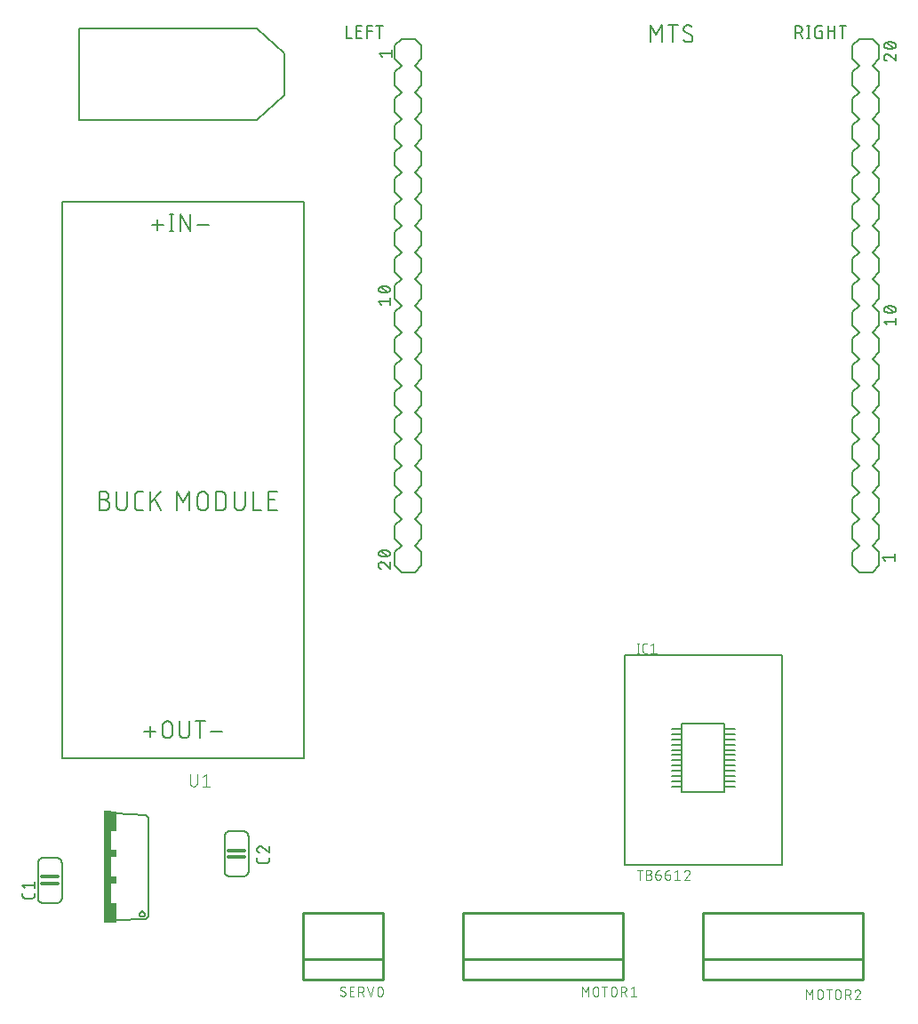
<source format=gbr>
G04 EAGLE Gerber RS-274X export*
G75*
%MOMM*%
%FSLAX34Y34*%
%LPD*%
%INSilkscreen Top*%
%IPPOS*%
%AMOC8*
5,1,8,0,0,1.08239X$1,22.5*%
G01*
%ADD10C,0.152400*%
%ADD11C,0.304800*%
%ADD12C,0.127000*%
%ADD13C,0.076200*%
%ADD14R,0.762000X10.668000*%
%ADD15R,0.508000X1.905000*%
%ADD16R,0.508000X0.762000*%
%ADD17C,0.101600*%
%ADD18C,0.254000*%


D10*
X635762Y950762D02*
X635762Y967018D01*
X641181Y957987D01*
X646599Y967018D01*
X646599Y950762D01*
X657333Y950762D02*
X657333Y967018D01*
X652817Y967018D02*
X661849Y967018D01*
X675916Y954374D02*
X675914Y954256D01*
X675908Y954138D01*
X675899Y954020D01*
X675885Y953903D01*
X675868Y953786D01*
X675847Y953669D01*
X675822Y953554D01*
X675793Y953439D01*
X675760Y953325D01*
X675724Y953213D01*
X675684Y953102D01*
X675641Y952992D01*
X675594Y952883D01*
X675544Y952776D01*
X675489Y952671D01*
X675432Y952568D01*
X675371Y952467D01*
X675307Y952367D01*
X675240Y952270D01*
X675170Y952175D01*
X675096Y952083D01*
X675020Y951992D01*
X674940Y951905D01*
X674858Y951820D01*
X674773Y951738D01*
X674686Y951658D01*
X674595Y951582D01*
X674503Y951508D01*
X674408Y951438D01*
X674311Y951371D01*
X674211Y951307D01*
X674110Y951246D01*
X674007Y951189D01*
X673902Y951134D01*
X673795Y951084D01*
X673686Y951037D01*
X673576Y950994D01*
X673465Y950954D01*
X673353Y950918D01*
X673239Y950885D01*
X673124Y950856D01*
X673009Y950831D01*
X672892Y950810D01*
X672775Y950793D01*
X672658Y950779D01*
X672540Y950770D01*
X672422Y950764D01*
X672304Y950762D01*
X672121Y950764D01*
X671939Y950771D01*
X671757Y950782D01*
X671575Y950797D01*
X671393Y950817D01*
X671212Y950840D01*
X671032Y950869D01*
X670852Y950901D01*
X670673Y950938D01*
X670496Y950979D01*
X670319Y951025D01*
X670143Y951074D01*
X669969Y951128D01*
X669795Y951186D01*
X669624Y951248D01*
X669454Y951314D01*
X669285Y951385D01*
X669118Y951459D01*
X668953Y951537D01*
X668790Y951619D01*
X668629Y951705D01*
X668470Y951795D01*
X668313Y951889D01*
X668159Y951986D01*
X668007Y952087D01*
X667857Y952192D01*
X667710Y952300D01*
X667566Y952411D01*
X667424Y952526D01*
X667285Y952645D01*
X667149Y952767D01*
X667016Y952892D01*
X666886Y953020D01*
X667338Y963406D02*
X667340Y963524D01*
X667346Y963642D01*
X667355Y963760D01*
X667369Y963877D01*
X667386Y963994D01*
X667407Y964111D01*
X667432Y964226D01*
X667461Y964341D01*
X667494Y964455D01*
X667530Y964567D01*
X667570Y964678D01*
X667613Y964788D01*
X667660Y964897D01*
X667710Y965004D01*
X667765Y965109D01*
X667822Y965212D01*
X667883Y965313D01*
X667947Y965413D01*
X668014Y965510D01*
X668084Y965605D01*
X668158Y965697D01*
X668234Y965788D01*
X668314Y965875D01*
X668396Y965960D01*
X668481Y966042D01*
X668568Y966122D01*
X668659Y966198D01*
X668751Y966272D01*
X668846Y966342D01*
X668943Y966409D01*
X669043Y966473D01*
X669144Y966534D01*
X669247Y966592D01*
X669352Y966646D01*
X669459Y966696D01*
X669568Y966743D01*
X669678Y966787D01*
X669789Y966826D01*
X669902Y966862D01*
X670015Y966895D01*
X670130Y966924D01*
X670245Y966949D01*
X670362Y966970D01*
X670479Y966987D01*
X670596Y967001D01*
X670714Y967010D01*
X670832Y967016D01*
X670950Y967018D01*
X670949Y967018D02*
X671110Y967016D01*
X671272Y967010D01*
X671433Y967001D01*
X671594Y966987D01*
X671754Y966970D01*
X671914Y966949D01*
X672074Y966924D01*
X672233Y966895D01*
X672391Y966863D01*
X672548Y966827D01*
X672704Y966787D01*
X672860Y966743D01*
X673014Y966695D01*
X673167Y966644D01*
X673319Y966590D01*
X673470Y966531D01*
X673619Y966470D01*
X673766Y966404D01*
X673912Y966335D01*
X674057Y966263D01*
X674199Y966187D01*
X674340Y966108D01*
X674479Y966026D01*
X674615Y965940D01*
X674750Y965851D01*
X674883Y965759D01*
X675013Y965663D01*
X669143Y960245D02*
X669042Y960307D01*
X668942Y960372D01*
X668845Y960441D01*
X668750Y960513D01*
X668657Y960587D01*
X668567Y960665D01*
X668479Y960746D01*
X668394Y960829D01*
X668312Y960915D01*
X668233Y961004D01*
X668156Y961095D01*
X668083Y961189D01*
X668012Y961285D01*
X667945Y961383D01*
X667881Y961483D01*
X667820Y961586D01*
X667763Y961690D01*
X667709Y961796D01*
X667659Y961904D01*
X667612Y962013D01*
X667568Y962124D01*
X667528Y962236D01*
X667492Y962350D01*
X667460Y962464D01*
X667431Y962580D01*
X667406Y962696D01*
X667385Y962813D01*
X667368Y962931D01*
X667354Y963049D01*
X667345Y963168D01*
X667339Y963287D01*
X667337Y963406D01*
X674111Y957535D02*
X674212Y957473D01*
X674312Y957408D01*
X674409Y957339D01*
X674504Y957267D01*
X674597Y957193D01*
X674687Y957115D01*
X674775Y957034D01*
X674860Y956951D01*
X674942Y956865D01*
X675021Y956776D01*
X675098Y956685D01*
X675171Y956591D01*
X675242Y956495D01*
X675309Y956397D01*
X675373Y956297D01*
X675434Y956194D01*
X675491Y956090D01*
X675545Y955984D01*
X675595Y955876D01*
X675642Y955767D01*
X675686Y955656D01*
X675726Y955544D01*
X675762Y955430D01*
X675794Y955316D01*
X675823Y955200D01*
X675848Y955084D01*
X675869Y954967D01*
X675886Y954849D01*
X675900Y954731D01*
X675909Y954612D01*
X675915Y954493D01*
X675917Y954374D01*
X674110Y957535D02*
X669143Y960245D01*
X69850Y130810D02*
X57150Y130810D01*
X57010Y130812D01*
X56870Y130818D01*
X56730Y130827D01*
X56591Y130841D01*
X56452Y130858D01*
X56314Y130879D01*
X56176Y130904D01*
X56039Y130933D01*
X55903Y130965D01*
X55768Y131002D01*
X55634Y131042D01*
X55501Y131085D01*
X55369Y131133D01*
X55238Y131183D01*
X55109Y131238D01*
X54982Y131296D01*
X54856Y131357D01*
X54732Y131422D01*
X54610Y131491D01*
X54490Y131562D01*
X54372Y131637D01*
X54255Y131715D01*
X54141Y131797D01*
X54030Y131881D01*
X53921Y131969D01*
X53814Y132059D01*
X53709Y132153D01*
X53608Y132249D01*
X53509Y132348D01*
X53413Y132449D01*
X53319Y132554D01*
X53229Y132661D01*
X53141Y132770D01*
X53057Y132881D01*
X52975Y132995D01*
X52897Y133112D01*
X52822Y133230D01*
X52751Y133350D01*
X52682Y133472D01*
X52617Y133596D01*
X52556Y133722D01*
X52498Y133849D01*
X52443Y133978D01*
X52393Y134109D01*
X52345Y134241D01*
X52302Y134374D01*
X52262Y134508D01*
X52225Y134643D01*
X52193Y134779D01*
X52164Y134916D01*
X52139Y135054D01*
X52118Y135192D01*
X52101Y135331D01*
X52087Y135470D01*
X52078Y135610D01*
X52072Y135750D01*
X52070Y135890D01*
X69850Y130810D02*
X69990Y130812D01*
X70130Y130818D01*
X70270Y130827D01*
X70409Y130841D01*
X70548Y130858D01*
X70686Y130879D01*
X70824Y130904D01*
X70961Y130933D01*
X71097Y130965D01*
X71232Y131002D01*
X71366Y131042D01*
X71499Y131085D01*
X71631Y131133D01*
X71762Y131183D01*
X71891Y131238D01*
X72018Y131296D01*
X72144Y131357D01*
X72268Y131422D01*
X72390Y131491D01*
X72510Y131562D01*
X72628Y131637D01*
X72745Y131715D01*
X72859Y131797D01*
X72970Y131881D01*
X73079Y131969D01*
X73186Y132059D01*
X73291Y132153D01*
X73392Y132249D01*
X73491Y132348D01*
X73587Y132449D01*
X73681Y132554D01*
X73771Y132661D01*
X73859Y132770D01*
X73943Y132881D01*
X74025Y132995D01*
X74103Y133112D01*
X74178Y133230D01*
X74249Y133350D01*
X74318Y133472D01*
X74383Y133596D01*
X74444Y133722D01*
X74502Y133849D01*
X74557Y133978D01*
X74607Y134109D01*
X74655Y134241D01*
X74698Y134374D01*
X74738Y134508D01*
X74775Y134643D01*
X74807Y134779D01*
X74836Y134916D01*
X74861Y135054D01*
X74882Y135192D01*
X74899Y135331D01*
X74913Y135470D01*
X74922Y135610D01*
X74928Y135750D01*
X74930Y135890D01*
X52070Y135890D02*
X52070Y168910D01*
X57150Y173990D02*
X69850Y173990D01*
X74930Y168910D02*
X74930Y135890D01*
X52070Y168910D02*
X52072Y169050D01*
X52078Y169190D01*
X52087Y169330D01*
X52101Y169469D01*
X52118Y169608D01*
X52139Y169746D01*
X52164Y169884D01*
X52193Y170021D01*
X52225Y170157D01*
X52262Y170292D01*
X52302Y170426D01*
X52345Y170559D01*
X52393Y170691D01*
X52443Y170822D01*
X52498Y170951D01*
X52556Y171078D01*
X52617Y171204D01*
X52682Y171328D01*
X52751Y171450D01*
X52822Y171570D01*
X52897Y171688D01*
X52975Y171805D01*
X53057Y171919D01*
X53141Y172030D01*
X53229Y172139D01*
X53319Y172246D01*
X53413Y172351D01*
X53509Y172452D01*
X53608Y172551D01*
X53709Y172647D01*
X53814Y172741D01*
X53921Y172831D01*
X54030Y172919D01*
X54141Y173003D01*
X54255Y173085D01*
X54372Y173163D01*
X54490Y173238D01*
X54610Y173309D01*
X54732Y173378D01*
X54856Y173443D01*
X54982Y173504D01*
X55109Y173562D01*
X55238Y173617D01*
X55369Y173667D01*
X55501Y173715D01*
X55634Y173758D01*
X55768Y173798D01*
X55903Y173835D01*
X56039Y173867D01*
X56176Y173896D01*
X56314Y173921D01*
X56452Y173942D01*
X56591Y173959D01*
X56730Y173973D01*
X56870Y173982D01*
X57010Y173988D01*
X57150Y173990D01*
X69850Y173990D02*
X69990Y173988D01*
X70130Y173982D01*
X70270Y173973D01*
X70409Y173959D01*
X70548Y173942D01*
X70686Y173921D01*
X70824Y173896D01*
X70961Y173867D01*
X71097Y173835D01*
X71232Y173798D01*
X71366Y173758D01*
X71499Y173715D01*
X71631Y173667D01*
X71762Y173617D01*
X71891Y173562D01*
X72018Y173504D01*
X72144Y173443D01*
X72268Y173378D01*
X72390Y173309D01*
X72510Y173238D01*
X72628Y173163D01*
X72745Y173085D01*
X72859Y173003D01*
X72970Y172919D01*
X73079Y172831D01*
X73186Y172741D01*
X73291Y172647D01*
X73392Y172551D01*
X73491Y172452D01*
X73587Y172351D01*
X73681Y172246D01*
X73771Y172139D01*
X73859Y172030D01*
X73943Y171919D01*
X74025Y171805D01*
X74103Y171688D01*
X74178Y171570D01*
X74249Y171450D01*
X74318Y171328D01*
X74383Y171204D01*
X74444Y171078D01*
X74502Y170951D01*
X74557Y170822D01*
X74607Y170691D01*
X74655Y170559D01*
X74698Y170426D01*
X74738Y170292D01*
X74775Y170157D01*
X74807Y170021D01*
X74836Y169884D01*
X74861Y169746D01*
X74882Y169608D01*
X74899Y169469D01*
X74913Y169330D01*
X74922Y169190D01*
X74928Y169050D01*
X74930Y168910D01*
D11*
X71120Y149352D02*
X55880Y149352D01*
X55880Y155702D02*
X71120Y155702D01*
D12*
X48895Y140335D02*
X48895Y137795D01*
X48893Y137695D01*
X48887Y137596D01*
X48877Y137496D01*
X48864Y137398D01*
X48846Y137299D01*
X48825Y137202D01*
X48800Y137106D01*
X48771Y137010D01*
X48738Y136916D01*
X48702Y136823D01*
X48662Y136732D01*
X48618Y136642D01*
X48571Y136554D01*
X48521Y136468D01*
X48467Y136384D01*
X48410Y136302D01*
X48350Y136223D01*
X48286Y136145D01*
X48220Y136071D01*
X48151Y135999D01*
X48079Y135930D01*
X48005Y135864D01*
X47927Y135800D01*
X47848Y135740D01*
X47766Y135683D01*
X47682Y135629D01*
X47596Y135579D01*
X47508Y135532D01*
X47418Y135488D01*
X47327Y135448D01*
X47234Y135412D01*
X47140Y135379D01*
X47044Y135350D01*
X46948Y135325D01*
X46851Y135304D01*
X46752Y135286D01*
X46654Y135273D01*
X46554Y135263D01*
X46455Y135257D01*
X46355Y135255D01*
X40005Y135255D01*
X39905Y135257D01*
X39806Y135263D01*
X39706Y135273D01*
X39608Y135286D01*
X39509Y135304D01*
X39412Y135325D01*
X39316Y135350D01*
X39220Y135379D01*
X39126Y135412D01*
X39033Y135448D01*
X38942Y135488D01*
X38852Y135532D01*
X38764Y135579D01*
X38678Y135629D01*
X38594Y135683D01*
X38512Y135740D01*
X38433Y135800D01*
X38355Y135864D01*
X38281Y135930D01*
X38209Y135999D01*
X38140Y136071D01*
X38074Y136145D01*
X38010Y136223D01*
X37950Y136302D01*
X37893Y136384D01*
X37839Y136468D01*
X37789Y136554D01*
X37742Y136642D01*
X37698Y136732D01*
X37658Y136823D01*
X37622Y136916D01*
X37589Y137010D01*
X37560Y137106D01*
X37535Y137202D01*
X37514Y137299D01*
X37496Y137398D01*
X37483Y137496D01*
X37473Y137596D01*
X37467Y137695D01*
X37465Y137795D01*
X37465Y140335D01*
X40005Y144817D02*
X37465Y147992D01*
X48895Y147992D01*
X48895Y144817D02*
X48895Y151167D01*
D10*
X234950Y199390D02*
X247650Y199390D01*
X247790Y199388D01*
X247930Y199382D01*
X248070Y199373D01*
X248209Y199359D01*
X248348Y199342D01*
X248486Y199321D01*
X248624Y199296D01*
X248761Y199267D01*
X248897Y199235D01*
X249032Y199198D01*
X249166Y199158D01*
X249299Y199115D01*
X249431Y199067D01*
X249562Y199017D01*
X249691Y198962D01*
X249818Y198904D01*
X249944Y198843D01*
X250068Y198778D01*
X250190Y198709D01*
X250310Y198638D01*
X250428Y198563D01*
X250545Y198485D01*
X250659Y198403D01*
X250770Y198319D01*
X250879Y198231D01*
X250986Y198141D01*
X251091Y198047D01*
X251192Y197951D01*
X251291Y197852D01*
X251387Y197751D01*
X251481Y197646D01*
X251571Y197539D01*
X251659Y197430D01*
X251743Y197319D01*
X251825Y197205D01*
X251903Y197088D01*
X251978Y196970D01*
X252049Y196850D01*
X252118Y196728D01*
X252183Y196604D01*
X252244Y196478D01*
X252302Y196351D01*
X252357Y196222D01*
X252407Y196091D01*
X252455Y195959D01*
X252498Y195826D01*
X252538Y195692D01*
X252575Y195557D01*
X252607Y195421D01*
X252636Y195284D01*
X252661Y195146D01*
X252682Y195008D01*
X252699Y194869D01*
X252713Y194730D01*
X252722Y194590D01*
X252728Y194450D01*
X252730Y194310D01*
X234950Y199390D02*
X234810Y199388D01*
X234670Y199382D01*
X234530Y199373D01*
X234391Y199359D01*
X234252Y199342D01*
X234114Y199321D01*
X233976Y199296D01*
X233839Y199267D01*
X233703Y199235D01*
X233568Y199198D01*
X233434Y199158D01*
X233301Y199115D01*
X233169Y199067D01*
X233038Y199017D01*
X232909Y198962D01*
X232782Y198904D01*
X232656Y198843D01*
X232532Y198778D01*
X232410Y198709D01*
X232290Y198638D01*
X232172Y198563D01*
X232055Y198485D01*
X231941Y198403D01*
X231830Y198319D01*
X231721Y198231D01*
X231614Y198141D01*
X231509Y198047D01*
X231408Y197951D01*
X231309Y197852D01*
X231213Y197751D01*
X231119Y197646D01*
X231029Y197539D01*
X230941Y197430D01*
X230857Y197319D01*
X230775Y197205D01*
X230697Y197088D01*
X230622Y196970D01*
X230551Y196850D01*
X230482Y196728D01*
X230417Y196604D01*
X230356Y196478D01*
X230298Y196351D01*
X230243Y196222D01*
X230193Y196091D01*
X230145Y195959D01*
X230102Y195826D01*
X230062Y195692D01*
X230025Y195557D01*
X229993Y195421D01*
X229964Y195284D01*
X229939Y195146D01*
X229918Y195008D01*
X229901Y194869D01*
X229887Y194730D01*
X229878Y194590D01*
X229872Y194450D01*
X229870Y194310D01*
X252730Y194310D02*
X252730Y161290D01*
X247650Y156210D02*
X234950Y156210D01*
X229870Y161290D02*
X229870Y194310D01*
X252730Y161290D02*
X252728Y161150D01*
X252722Y161010D01*
X252713Y160870D01*
X252699Y160731D01*
X252682Y160592D01*
X252661Y160454D01*
X252636Y160316D01*
X252607Y160179D01*
X252575Y160043D01*
X252538Y159908D01*
X252498Y159774D01*
X252455Y159641D01*
X252407Y159509D01*
X252357Y159378D01*
X252302Y159249D01*
X252244Y159122D01*
X252183Y158996D01*
X252118Y158872D01*
X252049Y158750D01*
X251978Y158630D01*
X251903Y158512D01*
X251825Y158395D01*
X251743Y158281D01*
X251659Y158170D01*
X251571Y158061D01*
X251481Y157954D01*
X251387Y157849D01*
X251291Y157748D01*
X251192Y157649D01*
X251091Y157553D01*
X250986Y157459D01*
X250879Y157369D01*
X250770Y157281D01*
X250659Y157197D01*
X250545Y157115D01*
X250428Y157037D01*
X250310Y156962D01*
X250190Y156891D01*
X250068Y156822D01*
X249944Y156757D01*
X249818Y156696D01*
X249691Y156638D01*
X249562Y156583D01*
X249431Y156533D01*
X249299Y156485D01*
X249166Y156442D01*
X249032Y156402D01*
X248897Y156365D01*
X248761Y156333D01*
X248624Y156304D01*
X248486Y156279D01*
X248348Y156258D01*
X248209Y156241D01*
X248070Y156227D01*
X247930Y156218D01*
X247790Y156212D01*
X247650Y156210D01*
X234950Y156210D02*
X234810Y156212D01*
X234670Y156218D01*
X234530Y156227D01*
X234391Y156241D01*
X234252Y156258D01*
X234114Y156279D01*
X233976Y156304D01*
X233839Y156333D01*
X233703Y156365D01*
X233568Y156402D01*
X233434Y156442D01*
X233301Y156485D01*
X233169Y156533D01*
X233038Y156583D01*
X232909Y156638D01*
X232782Y156696D01*
X232656Y156757D01*
X232532Y156822D01*
X232410Y156891D01*
X232290Y156962D01*
X232172Y157037D01*
X232055Y157115D01*
X231941Y157197D01*
X231830Y157281D01*
X231721Y157369D01*
X231614Y157459D01*
X231509Y157553D01*
X231408Y157649D01*
X231309Y157748D01*
X231213Y157849D01*
X231119Y157954D01*
X231029Y158061D01*
X230941Y158170D01*
X230857Y158281D01*
X230775Y158395D01*
X230697Y158512D01*
X230622Y158630D01*
X230551Y158750D01*
X230482Y158872D01*
X230417Y158996D01*
X230356Y159122D01*
X230298Y159249D01*
X230243Y159378D01*
X230193Y159509D01*
X230145Y159641D01*
X230102Y159774D01*
X230062Y159908D01*
X230025Y160043D01*
X229993Y160179D01*
X229964Y160316D01*
X229939Y160454D01*
X229918Y160592D01*
X229901Y160731D01*
X229887Y160870D01*
X229878Y161010D01*
X229872Y161150D01*
X229870Y161290D01*
D11*
X233680Y180848D02*
X248920Y180848D01*
X248920Y174498D02*
X233680Y174498D01*
D12*
X272335Y174113D02*
X272335Y171573D01*
X272333Y171473D01*
X272327Y171374D01*
X272317Y171274D01*
X272304Y171176D01*
X272286Y171077D01*
X272265Y170980D01*
X272240Y170884D01*
X272211Y170788D01*
X272178Y170694D01*
X272142Y170601D01*
X272102Y170510D01*
X272058Y170420D01*
X272011Y170332D01*
X271961Y170246D01*
X271907Y170162D01*
X271850Y170080D01*
X271790Y170001D01*
X271726Y169923D01*
X271660Y169849D01*
X271591Y169777D01*
X271519Y169708D01*
X271445Y169642D01*
X271367Y169578D01*
X271288Y169518D01*
X271206Y169461D01*
X271122Y169407D01*
X271036Y169357D01*
X270948Y169310D01*
X270858Y169266D01*
X270767Y169226D01*
X270674Y169190D01*
X270580Y169157D01*
X270484Y169128D01*
X270388Y169103D01*
X270291Y169082D01*
X270192Y169064D01*
X270094Y169051D01*
X269994Y169041D01*
X269895Y169035D01*
X269795Y169033D01*
X263445Y169033D01*
X263345Y169035D01*
X263246Y169041D01*
X263146Y169051D01*
X263048Y169064D01*
X262949Y169082D01*
X262852Y169103D01*
X262756Y169128D01*
X262660Y169157D01*
X262566Y169190D01*
X262473Y169226D01*
X262382Y169266D01*
X262292Y169310D01*
X262204Y169357D01*
X262118Y169407D01*
X262034Y169461D01*
X261952Y169518D01*
X261873Y169578D01*
X261795Y169642D01*
X261721Y169708D01*
X261649Y169777D01*
X261580Y169849D01*
X261514Y169923D01*
X261450Y170001D01*
X261390Y170080D01*
X261333Y170162D01*
X261279Y170246D01*
X261229Y170332D01*
X261182Y170420D01*
X261138Y170510D01*
X261098Y170601D01*
X261062Y170694D01*
X261029Y170788D01*
X261000Y170884D01*
X260975Y170980D01*
X260954Y171077D01*
X260936Y171176D01*
X260923Y171274D01*
X260913Y171374D01*
X260907Y171473D01*
X260905Y171573D01*
X260905Y174113D01*
X260905Y182088D02*
X260907Y182192D01*
X260913Y182297D01*
X260922Y182401D01*
X260935Y182504D01*
X260953Y182607D01*
X260973Y182709D01*
X260998Y182811D01*
X261026Y182911D01*
X261058Y183011D01*
X261094Y183109D01*
X261133Y183206D01*
X261175Y183301D01*
X261221Y183395D01*
X261271Y183487D01*
X261323Y183577D01*
X261379Y183665D01*
X261439Y183751D01*
X261501Y183835D01*
X261566Y183916D01*
X261634Y183995D01*
X261706Y184072D01*
X261779Y184145D01*
X261856Y184217D01*
X261935Y184285D01*
X262016Y184350D01*
X262100Y184412D01*
X262186Y184472D01*
X262274Y184528D01*
X262364Y184580D01*
X262456Y184630D01*
X262550Y184676D01*
X262645Y184718D01*
X262742Y184757D01*
X262840Y184793D01*
X262940Y184825D01*
X263040Y184853D01*
X263142Y184878D01*
X263244Y184898D01*
X263347Y184916D01*
X263450Y184929D01*
X263554Y184938D01*
X263659Y184944D01*
X263763Y184946D01*
X260905Y182088D02*
X260907Y181970D01*
X260913Y181851D01*
X260922Y181733D01*
X260935Y181616D01*
X260953Y181499D01*
X260973Y181382D01*
X260998Y181266D01*
X261026Y181151D01*
X261059Y181038D01*
X261094Y180925D01*
X261134Y180813D01*
X261176Y180703D01*
X261223Y180594D01*
X261273Y180486D01*
X261326Y180381D01*
X261383Y180277D01*
X261443Y180175D01*
X261506Y180075D01*
X261573Y179977D01*
X261642Y179881D01*
X261715Y179788D01*
X261791Y179697D01*
X261869Y179608D01*
X261951Y179522D01*
X262035Y179439D01*
X262121Y179358D01*
X262211Y179281D01*
X262302Y179206D01*
X262396Y179134D01*
X262493Y179065D01*
X262591Y179000D01*
X262692Y178937D01*
X262795Y178878D01*
X262899Y178822D01*
X263005Y178770D01*
X263113Y178721D01*
X263222Y178676D01*
X263333Y178634D01*
X263445Y178596D01*
X265985Y183993D02*
X265910Y184069D01*
X265831Y184144D01*
X265750Y184215D01*
X265666Y184284D01*
X265580Y184349D01*
X265492Y184411D01*
X265402Y184471D01*
X265310Y184527D01*
X265215Y184580D01*
X265119Y184629D01*
X265021Y184675D01*
X264922Y184718D01*
X264821Y184757D01*
X264719Y184792D01*
X264616Y184824D01*
X264512Y184852D01*
X264407Y184877D01*
X264300Y184898D01*
X264194Y184915D01*
X264087Y184928D01*
X263979Y184937D01*
X263871Y184943D01*
X263763Y184945D01*
X265985Y183993D02*
X272335Y178595D01*
X272335Y184945D01*
X760800Y166700D02*
X760800Y366700D01*
X760800Y166700D02*
X610800Y166700D01*
X610800Y366700D01*
X760800Y366700D01*
X665800Y301700D02*
X665800Y296700D01*
X665800Y291700D01*
X665800Y286700D01*
X665800Y281700D01*
X665800Y276700D01*
X665800Y271700D01*
X665800Y266700D01*
X665800Y261700D01*
X665800Y256700D01*
X665800Y251700D01*
X665800Y246700D01*
X665800Y241700D01*
X665800Y236700D01*
X705800Y236700D01*
X705800Y241700D01*
X705800Y246700D01*
X705800Y251700D01*
X705800Y256700D01*
X705800Y261700D01*
X705800Y266700D01*
X705800Y271700D01*
X705800Y276700D01*
X705800Y281700D01*
X705800Y286700D01*
X705800Y291700D01*
X705800Y296700D01*
X705800Y301700D01*
X665800Y301700D01*
X705800Y291700D02*
X715800Y291700D01*
X715800Y281700D02*
X705800Y281700D01*
X705800Y271700D02*
X715800Y271700D01*
X715800Y261700D02*
X705800Y261700D01*
X705800Y251700D02*
X715800Y251700D01*
X715800Y241700D02*
X705800Y241700D01*
X705800Y286700D02*
X715800Y286700D01*
X715800Y276700D02*
X705800Y276700D01*
X705800Y266700D02*
X715800Y266700D01*
X715800Y256700D02*
X705800Y256700D01*
X705800Y246700D02*
X715800Y246700D01*
X665800Y246700D02*
X655800Y246700D01*
X655800Y241700D02*
X665800Y241700D01*
X665800Y251700D02*
X655800Y251700D01*
X655800Y256700D02*
X665800Y256700D01*
X665800Y261700D02*
X655800Y261700D01*
X655800Y266700D02*
X665800Y266700D01*
X665800Y271700D02*
X655800Y271700D01*
X655800Y276700D02*
X665800Y276700D01*
X665800Y281700D02*
X655800Y281700D01*
X655800Y286700D02*
X665800Y286700D01*
X665800Y291700D02*
X655800Y291700D01*
X705800Y296700D02*
X715800Y296700D01*
X665800Y296700D02*
X655800Y296700D01*
D13*
X625292Y162179D02*
X625292Y152781D01*
X622681Y162179D02*
X627902Y162179D01*
X631651Y158002D02*
X634262Y158002D01*
X634262Y158003D02*
X634363Y158001D01*
X634464Y157995D01*
X634565Y157985D01*
X634665Y157972D01*
X634765Y157954D01*
X634864Y157933D01*
X634962Y157907D01*
X635059Y157878D01*
X635155Y157846D01*
X635249Y157809D01*
X635342Y157769D01*
X635434Y157725D01*
X635523Y157678D01*
X635611Y157627D01*
X635697Y157573D01*
X635780Y157516D01*
X635862Y157456D01*
X635940Y157392D01*
X636017Y157326D01*
X636090Y157256D01*
X636161Y157184D01*
X636229Y157109D01*
X636294Y157031D01*
X636356Y156951D01*
X636415Y156869D01*
X636471Y156784D01*
X636523Y156697D01*
X636572Y156609D01*
X636618Y156518D01*
X636659Y156426D01*
X636698Y156332D01*
X636732Y156237D01*
X636763Y156141D01*
X636790Y156043D01*
X636814Y155945D01*
X636833Y155845D01*
X636849Y155745D01*
X636861Y155645D01*
X636869Y155544D01*
X636873Y155443D01*
X636873Y155341D01*
X636869Y155240D01*
X636861Y155139D01*
X636849Y155039D01*
X636833Y154939D01*
X636814Y154839D01*
X636790Y154741D01*
X636763Y154643D01*
X636732Y154547D01*
X636698Y154452D01*
X636659Y154358D01*
X636618Y154266D01*
X636572Y154175D01*
X636523Y154086D01*
X636471Y154000D01*
X636415Y153915D01*
X636356Y153833D01*
X636294Y153753D01*
X636229Y153675D01*
X636161Y153600D01*
X636090Y153528D01*
X636017Y153458D01*
X635940Y153392D01*
X635862Y153328D01*
X635780Y153268D01*
X635697Y153211D01*
X635611Y153157D01*
X635523Y153106D01*
X635434Y153059D01*
X635342Y153015D01*
X635249Y152975D01*
X635155Y152938D01*
X635059Y152906D01*
X634962Y152877D01*
X634864Y152851D01*
X634765Y152830D01*
X634665Y152812D01*
X634565Y152799D01*
X634464Y152789D01*
X634363Y152783D01*
X634262Y152781D01*
X631651Y152781D01*
X631651Y162179D01*
X634262Y162179D01*
X634352Y162177D01*
X634441Y162171D01*
X634531Y162162D01*
X634620Y162148D01*
X634708Y162131D01*
X634795Y162110D01*
X634882Y162085D01*
X634967Y162056D01*
X635051Y162024D01*
X635133Y161989D01*
X635214Y161949D01*
X635293Y161907D01*
X635370Y161861D01*
X635445Y161811D01*
X635518Y161759D01*
X635589Y161703D01*
X635657Y161645D01*
X635722Y161583D01*
X635785Y161519D01*
X635845Y161452D01*
X635902Y161383D01*
X635956Y161311D01*
X636007Y161237D01*
X636055Y161161D01*
X636099Y161083D01*
X636140Y161003D01*
X636178Y160921D01*
X636212Y160838D01*
X636242Y160753D01*
X636269Y160667D01*
X636292Y160581D01*
X636311Y160493D01*
X636326Y160404D01*
X636338Y160315D01*
X636346Y160226D01*
X636350Y160136D01*
X636350Y160046D01*
X636346Y159956D01*
X636338Y159867D01*
X636326Y159778D01*
X636311Y159689D01*
X636292Y159601D01*
X636269Y159515D01*
X636242Y159429D01*
X636212Y159344D01*
X636178Y159261D01*
X636140Y159179D01*
X636099Y159099D01*
X636055Y159021D01*
X636007Y158945D01*
X635956Y158871D01*
X635902Y158799D01*
X635845Y158730D01*
X635785Y158663D01*
X635722Y158599D01*
X635657Y158537D01*
X635589Y158479D01*
X635518Y158423D01*
X635445Y158371D01*
X635370Y158321D01*
X635293Y158275D01*
X635214Y158233D01*
X635133Y158193D01*
X635051Y158158D01*
X634967Y158126D01*
X634882Y158097D01*
X634795Y158072D01*
X634708Y158051D01*
X634620Y158034D01*
X634531Y158020D01*
X634441Y158011D01*
X634352Y158005D01*
X634262Y158003D01*
X640359Y158002D02*
X643492Y158002D01*
X643581Y158000D01*
X643669Y157994D01*
X643757Y157985D01*
X643845Y157972D01*
X643932Y157955D01*
X644018Y157935D01*
X644103Y157910D01*
X644188Y157883D01*
X644271Y157851D01*
X644352Y157817D01*
X644432Y157778D01*
X644510Y157737D01*
X644587Y157692D01*
X644661Y157644D01*
X644734Y157593D01*
X644804Y157539D01*
X644871Y157481D01*
X644937Y157421D01*
X644999Y157359D01*
X645059Y157293D01*
X645117Y157226D01*
X645171Y157156D01*
X645222Y157083D01*
X645270Y157009D01*
X645315Y156932D01*
X645356Y156854D01*
X645395Y156774D01*
X645429Y156693D01*
X645461Y156610D01*
X645488Y156525D01*
X645513Y156440D01*
X645533Y156354D01*
X645550Y156267D01*
X645563Y156179D01*
X645572Y156091D01*
X645578Y156003D01*
X645580Y155914D01*
X645580Y155392D01*
X645581Y155392D02*
X645579Y155291D01*
X645573Y155190D01*
X645563Y155089D01*
X645550Y154989D01*
X645532Y154889D01*
X645511Y154790D01*
X645485Y154692D01*
X645456Y154595D01*
X645424Y154499D01*
X645387Y154405D01*
X645347Y154312D01*
X645303Y154220D01*
X645256Y154131D01*
X645205Y154043D01*
X645151Y153957D01*
X645094Y153874D01*
X645034Y153792D01*
X644970Y153714D01*
X644904Y153637D01*
X644834Y153564D01*
X644762Y153493D01*
X644687Y153425D01*
X644609Y153360D01*
X644529Y153298D01*
X644447Y153239D01*
X644362Y153183D01*
X644276Y153131D01*
X644187Y153082D01*
X644096Y153036D01*
X644004Y152995D01*
X643910Y152956D01*
X643815Y152922D01*
X643719Y152891D01*
X643621Y152864D01*
X643523Y152840D01*
X643423Y152821D01*
X643323Y152805D01*
X643223Y152793D01*
X643122Y152785D01*
X643021Y152781D01*
X642919Y152781D01*
X642818Y152785D01*
X642717Y152793D01*
X642617Y152805D01*
X642517Y152821D01*
X642417Y152840D01*
X642319Y152864D01*
X642221Y152891D01*
X642125Y152922D01*
X642030Y152956D01*
X641936Y152995D01*
X641844Y153036D01*
X641753Y153082D01*
X641665Y153131D01*
X641578Y153183D01*
X641493Y153239D01*
X641411Y153298D01*
X641331Y153360D01*
X641253Y153425D01*
X641178Y153493D01*
X641106Y153564D01*
X641036Y153637D01*
X640970Y153714D01*
X640906Y153792D01*
X640846Y153874D01*
X640789Y153957D01*
X640735Y154043D01*
X640684Y154131D01*
X640637Y154220D01*
X640593Y154312D01*
X640553Y154405D01*
X640516Y154499D01*
X640484Y154595D01*
X640455Y154692D01*
X640429Y154790D01*
X640408Y154889D01*
X640390Y154989D01*
X640377Y155089D01*
X640367Y155190D01*
X640361Y155291D01*
X640359Y155392D01*
X640359Y158002D01*
X640361Y158131D01*
X640367Y158259D01*
X640377Y158387D01*
X640391Y158515D01*
X640408Y158643D01*
X640430Y158770D01*
X640456Y158896D01*
X640485Y159021D01*
X640518Y159145D01*
X640556Y159268D01*
X640596Y159390D01*
X640641Y159511D01*
X640689Y159630D01*
X640741Y159748D01*
X640797Y159864D01*
X640856Y159978D01*
X640919Y160090D01*
X640985Y160201D01*
X641054Y160309D01*
X641127Y160415D01*
X641203Y160519D01*
X641282Y160621D01*
X641364Y160720D01*
X641449Y160816D01*
X641537Y160910D01*
X641628Y161001D01*
X641722Y161089D01*
X641818Y161174D01*
X641917Y161256D01*
X642019Y161335D01*
X642123Y161411D01*
X642229Y161484D01*
X642337Y161553D01*
X642447Y161619D01*
X642560Y161682D01*
X642674Y161741D01*
X642790Y161797D01*
X642908Y161849D01*
X643027Y161897D01*
X643148Y161942D01*
X643270Y161982D01*
X643393Y162020D01*
X643517Y162053D01*
X643642Y162082D01*
X643768Y162108D01*
X643895Y162130D01*
X644023Y162147D01*
X644151Y162161D01*
X644279Y162171D01*
X644407Y162177D01*
X644536Y162179D01*
X649503Y158002D02*
X652636Y158002D01*
X652725Y158000D01*
X652813Y157994D01*
X652901Y157985D01*
X652989Y157972D01*
X653076Y157955D01*
X653162Y157935D01*
X653247Y157910D01*
X653332Y157883D01*
X653415Y157851D01*
X653496Y157817D01*
X653576Y157778D01*
X653654Y157737D01*
X653731Y157692D01*
X653805Y157644D01*
X653878Y157593D01*
X653948Y157539D01*
X654015Y157481D01*
X654081Y157421D01*
X654143Y157359D01*
X654203Y157293D01*
X654261Y157226D01*
X654315Y157156D01*
X654366Y157083D01*
X654414Y157009D01*
X654459Y156932D01*
X654500Y156854D01*
X654539Y156774D01*
X654573Y156693D01*
X654605Y156610D01*
X654632Y156525D01*
X654657Y156440D01*
X654677Y156354D01*
X654694Y156267D01*
X654707Y156179D01*
X654716Y156091D01*
X654722Y156003D01*
X654724Y155914D01*
X654724Y155392D01*
X654725Y155392D02*
X654723Y155291D01*
X654717Y155190D01*
X654707Y155089D01*
X654694Y154989D01*
X654676Y154889D01*
X654655Y154790D01*
X654629Y154692D01*
X654600Y154595D01*
X654568Y154499D01*
X654531Y154405D01*
X654491Y154312D01*
X654447Y154220D01*
X654400Y154131D01*
X654349Y154043D01*
X654295Y153957D01*
X654238Y153874D01*
X654178Y153792D01*
X654114Y153714D01*
X654048Y153637D01*
X653978Y153564D01*
X653906Y153493D01*
X653831Y153425D01*
X653753Y153360D01*
X653673Y153298D01*
X653591Y153239D01*
X653506Y153183D01*
X653420Y153131D01*
X653331Y153082D01*
X653240Y153036D01*
X653148Y152995D01*
X653054Y152956D01*
X652959Y152922D01*
X652863Y152891D01*
X652765Y152864D01*
X652667Y152840D01*
X652567Y152821D01*
X652467Y152805D01*
X652367Y152793D01*
X652266Y152785D01*
X652165Y152781D01*
X652063Y152781D01*
X651962Y152785D01*
X651861Y152793D01*
X651761Y152805D01*
X651661Y152821D01*
X651561Y152840D01*
X651463Y152864D01*
X651365Y152891D01*
X651269Y152922D01*
X651174Y152956D01*
X651080Y152995D01*
X650988Y153036D01*
X650897Y153082D01*
X650809Y153131D01*
X650722Y153183D01*
X650637Y153239D01*
X650555Y153298D01*
X650475Y153360D01*
X650397Y153425D01*
X650322Y153493D01*
X650250Y153564D01*
X650180Y153637D01*
X650114Y153714D01*
X650050Y153792D01*
X649990Y153874D01*
X649933Y153957D01*
X649879Y154043D01*
X649828Y154131D01*
X649781Y154220D01*
X649737Y154312D01*
X649697Y154405D01*
X649660Y154499D01*
X649628Y154595D01*
X649599Y154692D01*
X649573Y154790D01*
X649552Y154889D01*
X649534Y154989D01*
X649521Y155089D01*
X649511Y155190D01*
X649505Y155291D01*
X649503Y155392D01*
X649503Y158002D01*
X649505Y158131D01*
X649511Y158259D01*
X649521Y158387D01*
X649535Y158515D01*
X649552Y158643D01*
X649574Y158770D01*
X649600Y158896D01*
X649629Y159021D01*
X649662Y159145D01*
X649700Y159268D01*
X649740Y159390D01*
X649785Y159511D01*
X649833Y159630D01*
X649885Y159748D01*
X649941Y159864D01*
X650000Y159978D01*
X650063Y160090D01*
X650129Y160201D01*
X650198Y160309D01*
X650271Y160415D01*
X650347Y160519D01*
X650426Y160621D01*
X650508Y160720D01*
X650593Y160816D01*
X650681Y160910D01*
X650772Y161001D01*
X650866Y161089D01*
X650962Y161174D01*
X651061Y161256D01*
X651163Y161335D01*
X651267Y161411D01*
X651373Y161484D01*
X651481Y161553D01*
X651591Y161619D01*
X651704Y161682D01*
X651818Y161741D01*
X651934Y161797D01*
X652052Y161849D01*
X652171Y161897D01*
X652292Y161942D01*
X652414Y161982D01*
X652537Y162020D01*
X652661Y162053D01*
X652786Y162082D01*
X652912Y162108D01*
X653039Y162130D01*
X653167Y162147D01*
X653295Y162161D01*
X653423Y162171D01*
X653551Y162177D01*
X653680Y162179D01*
X658647Y160091D02*
X661258Y162179D01*
X661258Y152781D01*
X663868Y152781D02*
X658647Y152781D01*
X670663Y162180D02*
X670758Y162178D01*
X670852Y162172D01*
X670946Y162163D01*
X671040Y162150D01*
X671133Y162133D01*
X671225Y162112D01*
X671317Y162087D01*
X671407Y162059D01*
X671496Y162027D01*
X671584Y161992D01*
X671670Y161953D01*
X671755Y161911D01*
X671838Y161865D01*
X671919Y161816D01*
X671998Y161764D01*
X672075Y161709D01*
X672149Y161650D01*
X672221Y161589D01*
X672291Y161525D01*
X672358Y161458D01*
X672422Y161388D01*
X672483Y161316D01*
X672542Y161242D01*
X672597Y161165D01*
X672649Y161086D01*
X672698Y161005D01*
X672744Y160922D01*
X672786Y160837D01*
X672825Y160751D01*
X672860Y160663D01*
X672892Y160574D01*
X672920Y160484D01*
X672945Y160392D01*
X672966Y160300D01*
X672983Y160207D01*
X672996Y160113D01*
X673005Y160019D01*
X673011Y159925D01*
X673013Y159830D01*
X670663Y162179D02*
X670555Y162177D01*
X670446Y162171D01*
X670338Y162161D01*
X670231Y162148D01*
X670124Y162130D01*
X670017Y162109D01*
X669912Y162084D01*
X669807Y162055D01*
X669704Y162023D01*
X669602Y161986D01*
X669501Y161946D01*
X669402Y161903D01*
X669304Y161856D01*
X669208Y161805D01*
X669114Y161751D01*
X669022Y161694D01*
X668932Y161633D01*
X668844Y161569D01*
X668759Y161503D01*
X668676Y161433D01*
X668596Y161360D01*
X668518Y161284D01*
X668443Y161206D01*
X668371Y161125D01*
X668302Y161041D01*
X668236Y160955D01*
X668173Y160867D01*
X668114Y160776D01*
X668057Y160684D01*
X668004Y160589D01*
X667955Y160493D01*
X667909Y160394D01*
X667866Y160295D01*
X667827Y160193D01*
X667792Y160091D01*
X672230Y158002D02*
X672299Y158071D01*
X672365Y158142D01*
X672429Y158215D01*
X672490Y158291D01*
X672548Y158370D01*
X672602Y158450D01*
X672654Y158533D01*
X672702Y158617D01*
X672748Y158703D01*
X672789Y158791D01*
X672828Y158881D01*
X672863Y158972D01*
X672894Y159064D01*
X672922Y159157D01*
X672946Y159251D01*
X672966Y159346D01*
X672983Y159442D01*
X672996Y159539D01*
X673005Y159636D01*
X673011Y159733D01*
X673013Y159830D01*
X672229Y158002D02*
X667791Y152781D01*
X673012Y152781D01*
X623725Y368681D02*
X623725Y378079D01*
X622681Y368681D02*
X624769Y368681D01*
X624769Y378079D02*
X622681Y378079D01*
X630493Y368681D02*
X632581Y368681D01*
X630493Y368681D02*
X630404Y368683D01*
X630316Y368689D01*
X630228Y368698D01*
X630140Y368711D01*
X630053Y368728D01*
X629967Y368748D01*
X629882Y368773D01*
X629797Y368800D01*
X629714Y368832D01*
X629633Y368866D01*
X629553Y368905D01*
X629475Y368946D01*
X629398Y368991D01*
X629324Y369039D01*
X629251Y369090D01*
X629181Y369144D01*
X629114Y369202D01*
X629048Y369262D01*
X628986Y369324D01*
X628926Y369390D01*
X628868Y369457D01*
X628814Y369527D01*
X628763Y369600D01*
X628715Y369674D01*
X628670Y369751D01*
X628629Y369829D01*
X628590Y369909D01*
X628556Y369990D01*
X628524Y370073D01*
X628497Y370158D01*
X628472Y370243D01*
X628452Y370329D01*
X628435Y370416D01*
X628422Y370504D01*
X628413Y370592D01*
X628407Y370680D01*
X628405Y370769D01*
X628404Y370769D02*
X628404Y375991D01*
X628405Y375991D02*
X628407Y376082D01*
X628413Y376173D01*
X628423Y376264D01*
X628437Y376354D01*
X628454Y376443D01*
X628476Y376531D01*
X628502Y376619D01*
X628531Y376705D01*
X628564Y376790D01*
X628601Y376873D01*
X628641Y376955D01*
X628685Y377035D01*
X628732Y377113D01*
X628783Y377189D01*
X628836Y377262D01*
X628893Y377333D01*
X628954Y377402D01*
X629017Y377467D01*
X629082Y377530D01*
X629151Y377590D01*
X629222Y377648D01*
X629295Y377701D01*
X629371Y377752D01*
X629449Y377799D01*
X629529Y377843D01*
X629611Y377883D01*
X629694Y377920D01*
X629779Y377953D01*
X629865Y377982D01*
X629953Y378008D01*
X630041Y378030D01*
X630130Y378047D01*
X630220Y378061D01*
X630311Y378071D01*
X630402Y378077D01*
X630493Y378079D01*
X632581Y378079D01*
X636050Y375991D02*
X638660Y378079D01*
X638660Y368681D01*
X636050Y368681D02*
X641271Y368681D01*
D10*
X417700Y934950D02*
X417700Y947650D01*
X417700Y934950D02*
X411350Y928600D01*
X398650Y928600D02*
X392300Y934950D01*
X411350Y928600D02*
X417700Y922250D01*
X417700Y909550D01*
X411350Y903200D01*
X398650Y903200D02*
X392300Y909550D01*
X392300Y922250D01*
X398650Y928600D01*
X398650Y954000D02*
X411350Y954000D01*
X417700Y947650D01*
X398650Y954000D02*
X392300Y947650D01*
X392300Y934950D01*
X411350Y903200D02*
X417700Y896850D01*
X417700Y884150D01*
X411350Y877800D01*
X398650Y877800D02*
X392300Y884150D01*
X392300Y896850D01*
X398650Y903200D01*
X417700Y871450D02*
X417700Y858750D01*
X411350Y852400D01*
X398650Y852400D02*
X392300Y858750D01*
X411350Y852400D02*
X417700Y846050D01*
X417700Y833350D01*
X411350Y827000D01*
X398650Y827000D02*
X392300Y833350D01*
X392300Y846050D01*
X398650Y852400D01*
X417700Y871450D02*
X411350Y877800D01*
X398650Y877800D02*
X392300Y871450D01*
X392300Y858750D01*
X417700Y693650D02*
X417700Y680950D01*
X411350Y674600D01*
X398650Y674600D02*
X392300Y680950D01*
X411350Y674600D02*
X417700Y668250D01*
X417700Y655550D01*
X411350Y649200D01*
X398650Y649200D02*
X392300Y655550D01*
X392300Y668250D01*
X398650Y674600D01*
X417700Y693650D02*
X411350Y700000D01*
X398650Y700000D02*
X392300Y693650D01*
X392300Y680950D01*
X411350Y649200D02*
X417700Y642850D01*
X417700Y630150D01*
X411350Y623800D01*
X398650Y623800D02*
X392300Y630150D01*
X392300Y642850D01*
X398650Y649200D01*
X417700Y617450D02*
X417700Y604750D01*
X411350Y598400D01*
X398650Y598400D02*
X392300Y604750D01*
X411350Y598400D02*
X417700Y592050D01*
X417700Y579350D01*
X411350Y573000D01*
X398650Y573000D02*
X392300Y579350D01*
X392300Y592050D01*
X398650Y598400D01*
X417700Y617450D02*
X411350Y623800D01*
X398650Y623800D02*
X392300Y617450D01*
X392300Y604750D01*
X417700Y807950D02*
X417700Y820650D01*
X417700Y807950D02*
X411350Y801600D01*
X398650Y801600D02*
X392300Y807950D01*
X411350Y801600D02*
X417700Y795250D01*
X417700Y782550D01*
X411350Y776200D01*
X398650Y776200D02*
X392300Y782550D01*
X392300Y795250D01*
X398650Y801600D01*
X417700Y820650D02*
X411350Y827000D01*
X398650Y827000D02*
X392300Y820650D01*
X392300Y807950D01*
X411350Y776200D02*
X417700Y769850D01*
X417700Y757150D01*
X411350Y750800D01*
X398650Y750800D02*
X392300Y757150D01*
X392300Y769850D01*
X398650Y776200D01*
X417700Y744450D02*
X417700Y731750D01*
X411350Y725400D01*
X398650Y725400D02*
X392300Y731750D01*
X411350Y725400D02*
X417700Y719050D01*
X417700Y706350D01*
X411350Y700000D01*
X398650Y700000D02*
X392300Y706350D01*
X392300Y719050D01*
X398650Y725400D01*
X417700Y744450D02*
X411350Y750800D01*
X398650Y750800D02*
X392300Y744450D01*
X392300Y731750D01*
X417700Y566650D02*
X417700Y553950D01*
X411350Y547600D01*
X398650Y547600D02*
X392300Y553950D01*
X411350Y547600D02*
X417700Y541250D01*
X417700Y528550D01*
X411350Y522200D01*
X398650Y522200D02*
X392300Y528550D01*
X392300Y541250D01*
X398650Y547600D01*
X417700Y566650D02*
X411350Y573000D01*
X398650Y573000D02*
X392300Y566650D01*
X392300Y553950D01*
X411350Y522200D02*
X417700Y515850D01*
X417700Y503150D01*
X411350Y496800D01*
X398650Y496800D02*
X392300Y503150D01*
X392300Y515850D01*
X398650Y522200D01*
X417700Y490450D02*
X417700Y477750D01*
X411350Y471400D01*
X398650Y471400D02*
X392300Y477750D01*
X411350Y471400D02*
X417700Y465050D01*
X417700Y452350D01*
X411350Y446000D01*
X398650Y446000D01*
X392300Y452350D01*
X392300Y465050D01*
X398650Y471400D01*
X417700Y490450D02*
X411350Y496800D01*
X398650Y496800D02*
X392300Y490450D01*
X392300Y477750D01*
D12*
X380235Y936855D02*
X377695Y940030D01*
X389125Y940030D01*
X389125Y936855D02*
X389125Y943205D01*
X379283Y455526D02*
X379179Y455524D01*
X379074Y455518D01*
X378970Y455509D01*
X378867Y455496D01*
X378764Y455478D01*
X378662Y455458D01*
X378560Y455433D01*
X378460Y455405D01*
X378360Y455373D01*
X378262Y455337D01*
X378165Y455298D01*
X378070Y455256D01*
X377976Y455210D01*
X377884Y455160D01*
X377794Y455108D01*
X377706Y455052D01*
X377620Y454992D01*
X377536Y454930D01*
X377455Y454865D01*
X377376Y454797D01*
X377299Y454725D01*
X377226Y454652D01*
X377154Y454575D01*
X377086Y454496D01*
X377021Y454415D01*
X376959Y454331D01*
X376899Y454245D01*
X376843Y454157D01*
X376791Y454067D01*
X376741Y453975D01*
X376695Y453881D01*
X376653Y453786D01*
X376614Y453689D01*
X376578Y453591D01*
X376546Y453491D01*
X376518Y453391D01*
X376493Y453289D01*
X376473Y453187D01*
X376455Y453084D01*
X376442Y452981D01*
X376433Y452877D01*
X376427Y452772D01*
X376425Y452668D01*
X376427Y452550D01*
X376433Y452431D01*
X376442Y452313D01*
X376455Y452196D01*
X376473Y452079D01*
X376493Y451962D01*
X376518Y451846D01*
X376546Y451731D01*
X376579Y451618D01*
X376614Y451505D01*
X376654Y451393D01*
X376696Y451283D01*
X376743Y451174D01*
X376793Y451066D01*
X376846Y450961D01*
X376903Y450857D01*
X376963Y450755D01*
X377026Y450655D01*
X377093Y450557D01*
X377162Y450461D01*
X377235Y450368D01*
X377311Y450277D01*
X377389Y450188D01*
X377471Y450102D01*
X377555Y450019D01*
X377641Y449938D01*
X377731Y449861D01*
X377822Y449786D01*
X377916Y449714D01*
X378013Y449645D01*
X378111Y449580D01*
X378212Y449517D01*
X378315Y449458D01*
X378419Y449402D01*
X378525Y449350D01*
X378633Y449301D01*
X378742Y449256D01*
X378853Y449214D01*
X378965Y449176D01*
X381505Y454573D02*
X381430Y454649D01*
X381351Y454724D01*
X381270Y454795D01*
X381186Y454864D01*
X381100Y454929D01*
X381012Y454991D01*
X380922Y455051D01*
X380830Y455107D01*
X380735Y455160D01*
X380639Y455209D01*
X380541Y455255D01*
X380442Y455298D01*
X380341Y455337D01*
X380239Y455372D01*
X380136Y455404D01*
X380032Y455432D01*
X379927Y455457D01*
X379820Y455478D01*
X379714Y455495D01*
X379607Y455508D01*
X379499Y455517D01*
X379391Y455523D01*
X379283Y455525D01*
X381505Y454573D02*
X387855Y449175D01*
X387855Y455525D01*
X382140Y460605D02*
X381915Y460608D01*
X381690Y460616D01*
X381466Y460629D01*
X381242Y460648D01*
X381018Y460672D01*
X380795Y460701D01*
X380573Y460736D01*
X380352Y460776D01*
X380132Y460822D01*
X379913Y460872D01*
X379695Y460928D01*
X379478Y460989D01*
X379263Y461055D01*
X379050Y461126D01*
X378839Y461203D01*
X378629Y461284D01*
X378421Y461370D01*
X378216Y461461D01*
X378013Y461557D01*
X377925Y461589D01*
X377838Y461625D01*
X377752Y461664D01*
X377668Y461707D01*
X377586Y461753D01*
X377506Y461802D01*
X377428Y461854D01*
X377352Y461910D01*
X377278Y461968D01*
X377207Y462030D01*
X377138Y462094D01*
X377072Y462161D01*
X377009Y462230D01*
X376948Y462302D01*
X376890Y462376D01*
X376836Y462453D01*
X376784Y462531D01*
X376736Y462612D01*
X376691Y462694D01*
X376649Y462779D01*
X376611Y462865D01*
X376576Y462952D01*
X376544Y463040D01*
X376517Y463130D01*
X376492Y463221D01*
X376472Y463313D01*
X376455Y463405D01*
X376442Y463499D01*
X376433Y463592D01*
X376427Y463686D01*
X376425Y463780D01*
X376427Y463874D01*
X376433Y463968D01*
X376442Y464061D01*
X376455Y464155D01*
X376472Y464247D01*
X376492Y464339D01*
X376517Y464430D01*
X376544Y464520D01*
X376576Y464608D01*
X376611Y464695D01*
X376649Y464781D01*
X376691Y464866D01*
X376736Y464948D01*
X376784Y465029D01*
X376836Y465107D01*
X376890Y465184D01*
X376948Y465258D01*
X377009Y465330D01*
X377072Y465399D01*
X377138Y465466D01*
X377207Y465530D01*
X377278Y465592D01*
X377352Y465650D01*
X377428Y465706D01*
X377506Y465758D01*
X377586Y465807D01*
X377668Y465853D01*
X377752Y465896D01*
X377838Y465935D01*
X377925Y465971D01*
X378013Y466003D01*
X378216Y466099D01*
X378421Y466190D01*
X378629Y466276D01*
X378839Y466357D01*
X379050Y466434D01*
X379263Y466505D01*
X379478Y466571D01*
X379695Y466632D01*
X379913Y466688D01*
X380132Y466738D01*
X380352Y466784D01*
X380573Y466824D01*
X380795Y466859D01*
X381018Y466888D01*
X381242Y466912D01*
X381466Y466931D01*
X381690Y466944D01*
X381915Y466952D01*
X382140Y466955D01*
X382140Y460605D02*
X382365Y460608D01*
X382590Y460616D01*
X382814Y460629D01*
X383038Y460648D01*
X383262Y460672D01*
X383485Y460701D01*
X383707Y460736D01*
X383928Y460776D01*
X384148Y460822D01*
X384367Y460872D01*
X384585Y460928D01*
X384802Y460989D01*
X385017Y461055D01*
X385230Y461126D01*
X385441Y461203D01*
X385651Y461284D01*
X385859Y461370D01*
X386064Y461461D01*
X386267Y461557D01*
X386268Y461557D02*
X386356Y461589D01*
X386443Y461625D01*
X386529Y461664D01*
X386613Y461707D01*
X386695Y461753D01*
X386775Y461802D01*
X386853Y461854D01*
X386929Y461910D01*
X387003Y461968D01*
X387074Y462030D01*
X387143Y462094D01*
X387209Y462161D01*
X387272Y462230D01*
X387333Y462302D01*
X387391Y462376D01*
X387445Y462453D01*
X387497Y462531D01*
X387545Y462612D01*
X387590Y462694D01*
X387632Y462779D01*
X387670Y462865D01*
X387705Y462952D01*
X387737Y463040D01*
X387764Y463130D01*
X387789Y463221D01*
X387809Y463313D01*
X387826Y463405D01*
X387839Y463499D01*
X387848Y463592D01*
X387854Y463686D01*
X387856Y463780D01*
X386267Y466003D02*
X386064Y466099D01*
X385859Y466190D01*
X385651Y466276D01*
X385441Y466357D01*
X385230Y466434D01*
X385017Y466505D01*
X384802Y466571D01*
X384585Y466632D01*
X384367Y466688D01*
X384148Y466738D01*
X383928Y466784D01*
X383707Y466824D01*
X383485Y466859D01*
X383262Y466888D01*
X383038Y466912D01*
X382814Y466931D01*
X382590Y466944D01*
X382365Y466952D01*
X382140Y466955D01*
X386268Y466003D02*
X386356Y465971D01*
X386443Y465935D01*
X386529Y465896D01*
X386613Y465853D01*
X386695Y465807D01*
X386775Y465758D01*
X386853Y465706D01*
X386929Y465650D01*
X387003Y465592D01*
X387074Y465530D01*
X387143Y465466D01*
X387209Y465399D01*
X387272Y465330D01*
X387333Y465258D01*
X387391Y465184D01*
X387445Y465107D01*
X387497Y465029D01*
X387545Y464948D01*
X387590Y464866D01*
X387632Y464781D01*
X387670Y464695D01*
X387705Y464608D01*
X387737Y464520D01*
X387764Y464430D01*
X387789Y464339D01*
X387809Y464247D01*
X387826Y464155D01*
X387839Y464061D01*
X387848Y463968D01*
X387854Y463874D01*
X387856Y463780D01*
X385315Y461240D02*
X378965Y466320D01*
X378965Y700635D02*
X376425Y703810D01*
X387855Y703810D01*
X387855Y700635D02*
X387855Y706985D01*
X382140Y712065D02*
X381915Y712068D01*
X381690Y712076D01*
X381466Y712089D01*
X381242Y712108D01*
X381018Y712132D01*
X380795Y712161D01*
X380573Y712196D01*
X380352Y712236D01*
X380132Y712282D01*
X379913Y712332D01*
X379695Y712388D01*
X379478Y712449D01*
X379263Y712515D01*
X379050Y712586D01*
X378839Y712663D01*
X378629Y712744D01*
X378421Y712830D01*
X378216Y712921D01*
X378013Y713017D01*
X377925Y713049D01*
X377838Y713085D01*
X377752Y713124D01*
X377668Y713167D01*
X377586Y713213D01*
X377506Y713262D01*
X377428Y713314D01*
X377352Y713370D01*
X377278Y713428D01*
X377207Y713490D01*
X377138Y713554D01*
X377072Y713621D01*
X377009Y713690D01*
X376948Y713762D01*
X376890Y713836D01*
X376836Y713913D01*
X376784Y713991D01*
X376736Y714072D01*
X376691Y714154D01*
X376649Y714239D01*
X376611Y714325D01*
X376576Y714412D01*
X376544Y714500D01*
X376517Y714590D01*
X376492Y714681D01*
X376472Y714773D01*
X376455Y714865D01*
X376442Y714959D01*
X376433Y715052D01*
X376427Y715146D01*
X376425Y715240D01*
X376427Y715334D01*
X376433Y715428D01*
X376442Y715521D01*
X376455Y715615D01*
X376472Y715707D01*
X376492Y715799D01*
X376517Y715890D01*
X376544Y715980D01*
X376576Y716068D01*
X376611Y716155D01*
X376649Y716241D01*
X376691Y716326D01*
X376736Y716408D01*
X376784Y716489D01*
X376836Y716567D01*
X376890Y716644D01*
X376948Y716718D01*
X377009Y716790D01*
X377072Y716859D01*
X377138Y716926D01*
X377207Y716990D01*
X377278Y717052D01*
X377352Y717110D01*
X377428Y717166D01*
X377506Y717218D01*
X377586Y717267D01*
X377668Y717313D01*
X377752Y717356D01*
X377838Y717395D01*
X377925Y717431D01*
X378013Y717463D01*
X378216Y717559D01*
X378421Y717650D01*
X378629Y717736D01*
X378839Y717817D01*
X379050Y717894D01*
X379263Y717965D01*
X379478Y718031D01*
X379695Y718092D01*
X379913Y718148D01*
X380132Y718198D01*
X380352Y718244D01*
X380573Y718284D01*
X380795Y718319D01*
X381018Y718348D01*
X381242Y718372D01*
X381466Y718391D01*
X381690Y718404D01*
X381915Y718412D01*
X382140Y718415D01*
X382140Y712065D02*
X382365Y712068D01*
X382590Y712076D01*
X382814Y712089D01*
X383038Y712108D01*
X383262Y712132D01*
X383485Y712161D01*
X383707Y712196D01*
X383928Y712236D01*
X384148Y712282D01*
X384367Y712332D01*
X384585Y712388D01*
X384802Y712449D01*
X385017Y712515D01*
X385230Y712586D01*
X385441Y712663D01*
X385651Y712744D01*
X385859Y712830D01*
X386064Y712921D01*
X386267Y713017D01*
X386268Y713017D02*
X386356Y713049D01*
X386443Y713085D01*
X386529Y713124D01*
X386613Y713167D01*
X386695Y713213D01*
X386775Y713262D01*
X386853Y713314D01*
X386929Y713370D01*
X387003Y713428D01*
X387074Y713490D01*
X387143Y713554D01*
X387209Y713621D01*
X387272Y713690D01*
X387333Y713762D01*
X387391Y713836D01*
X387445Y713913D01*
X387497Y713991D01*
X387545Y714072D01*
X387590Y714154D01*
X387632Y714239D01*
X387670Y714325D01*
X387705Y714412D01*
X387737Y714500D01*
X387764Y714590D01*
X387789Y714681D01*
X387809Y714773D01*
X387826Y714865D01*
X387839Y714959D01*
X387848Y715052D01*
X387854Y715146D01*
X387856Y715240D01*
X386267Y717463D02*
X386064Y717559D01*
X385859Y717650D01*
X385651Y717736D01*
X385441Y717817D01*
X385230Y717894D01*
X385017Y717965D01*
X384802Y718031D01*
X384585Y718092D01*
X384367Y718148D01*
X384148Y718198D01*
X383928Y718244D01*
X383707Y718284D01*
X383485Y718319D01*
X383262Y718348D01*
X383038Y718372D01*
X382814Y718391D01*
X382590Y718404D01*
X382365Y718412D01*
X382140Y718415D01*
X386268Y717463D02*
X386356Y717431D01*
X386443Y717395D01*
X386529Y717356D01*
X386613Y717313D01*
X386695Y717267D01*
X386775Y717218D01*
X386853Y717166D01*
X386929Y717110D01*
X387003Y717052D01*
X387074Y716990D01*
X387143Y716926D01*
X387209Y716859D01*
X387272Y716790D01*
X387333Y716718D01*
X387391Y716644D01*
X387445Y716567D01*
X387497Y716489D01*
X387545Y716408D01*
X387590Y716326D01*
X387632Y716241D01*
X387670Y716155D01*
X387705Y716068D01*
X387737Y715980D01*
X387764Y715890D01*
X387789Y715799D01*
X387809Y715707D01*
X387826Y715615D01*
X387839Y715521D01*
X387848Y715428D01*
X387854Y715334D01*
X387856Y715240D01*
X385315Y712700D02*
X378965Y717780D01*
X345945Y954635D02*
X345945Y966065D01*
X345945Y954635D02*
X351025Y954635D01*
X355851Y954635D02*
X360931Y954635D01*
X355851Y954635D02*
X355851Y966065D01*
X360931Y966065D01*
X359661Y960985D02*
X355851Y960985D01*
X365757Y966065D02*
X365757Y954635D01*
X365757Y966065D02*
X370837Y966065D01*
X370837Y960985D02*
X365757Y960985D01*
X377670Y966065D02*
X377670Y954635D01*
X374495Y966065D02*
X380845Y966065D01*
X154940Y214630D02*
X125730Y215900D01*
X154940Y214630D02*
X157480Y212090D01*
X157480Y118110D01*
X154940Y115570D01*
X125730Y114300D01*
X148844Y120142D02*
X148846Y120242D01*
X148852Y120343D01*
X148862Y120442D01*
X148876Y120542D01*
X148893Y120641D01*
X148915Y120739D01*
X148941Y120836D01*
X148970Y120932D01*
X149003Y121026D01*
X149040Y121120D01*
X149080Y121212D01*
X149124Y121302D01*
X149172Y121390D01*
X149223Y121477D01*
X149277Y121561D01*
X149335Y121643D01*
X149396Y121723D01*
X149460Y121800D01*
X149527Y121875D01*
X149597Y121947D01*
X149670Y122016D01*
X149745Y122082D01*
X149823Y122146D01*
X149903Y122206D01*
X149986Y122263D01*
X150071Y122316D01*
X150158Y122366D01*
X150247Y122413D01*
X150337Y122456D01*
X150429Y122496D01*
X150523Y122532D01*
X150618Y122564D01*
X150714Y122592D01*
X150812Y122617D01*
X150910Y122637D01*
X151009Y122654D01*
X151109Y122667D01*
X151208Y122676D01*
X151309Y122681D01*
X151409Y122682D01*
X151509Y122679D01*
X151610Y122672D01*
X151709Y122661D01*
X151809Y122646D01*
X151907Y122628D01*
X152005Y122605D01*
X152102Y122578D01*
X152197Y122548D01*
X152292Y122514D01*
X152385Y122476D01*
X152476Y122435D01*
X152566Y122390D01*
X152654Y122342D01*
X152740Y122290D01*
X152824Y122235D01*
X152905Y122176D01*
X152984Y122114D01*
X153061Y122050D01*
X153135Y121982D01*
X153206Y121911D01*
X153275Y121838D01*
X153340Y121762D01*
X153403Y121683D01*
X153462Y121602D01*
X153518Y121519D01*
X153571Y121434D01*
X153620Y121346D01*
X153666Y121257D01*
X153708Y121166D01*
X153747Y121073D01*
X153782Y120979D01*
X153813Y120884D01*
X153841Y120787D01*
X153864Y120690D01*
X153884Y120591D01*
X153900Y120492D01*
X153912Y120393D01*
X153920Y120292D01*
X153924Y120192D01*
X153924Y120092D01*
X153920Y119992D01*
X153912Y119891D01*
X153900Y119792D01*
X153884Y119693D01*
X153864Y119594D01*
X153841Y119497D01*
X153813Y119400D01*
X153782Y119305D01*
X153747Y119211D01*
X153708Y119118D01*
X153666Y119027D01*
X153620Y118938D01*
X153571Y118850D01*
X153518Y118765D01*
X153462Y118682D01*
X153403Y118601D01*
X153340Y118522D01*
X153275Y118446D01*
X153206Y118373D01*
X153135Y118302D01*
X153061Y118234D01*
X152984Y118170D01*
X152905Y118108D01*
X152824Y118049D01*
X152740Y117994D01*
X152654Y117942D01*
X152566Y117894D01*
X152476Y117849D01*
X152385Y117808D01*
X152292Y117770D01*
X152197Y117736D01*
X152102Y117706D01*
X152005Y117679D01*
X151907Y117656D01*
X151809Y117638D01*
X151709Y117623D01*
X151610Y117612D01*
X151509Y117605D01*
X151409Y117602D01*
X151309Y117603D01*
X151208Y117608D01*
X151109Y117617D01*
X151009Y117630D01*
X150910Y117647D01*
X150812Y117667D01*
X150714Y117692D01*
X150618Y117720D01*
X150523Y117752D01*
X150429Y117788D01*
X150337Y117828D01*
X150247Y117871D01*
X150158Y117918D01*
X150071Y117968D01*
X149986Y118021D01*
X149903Y118078D01*
X149823Y118138D01*
X149745Y118202D01*
X149670Y118268D01*
X149597Y118337D01*
X149527Y118409D01*
X149460Y118484D01*
X149396Y118561D01*
X149335Y118641D01*
X149277Y118723D01*
X149223Y118807D01*
X149172Y118894D01*
X149124Y118982D01*
X149080Y119072D01*
X149040Y119164D01*
X149003Y119258D01*
X148970Y119352D01*
X148941Y119448D01*
X148915Y119545D01*
X148893Y119643D01*
X148876Y119742D01*
X148862Y119842D01*
X148852Y119941D01*
X148846Y120042D01*
X148844Y120142D01*
D14*
X118110Y165100D03*
D15*
X124460Y121285D03*
D16*
X124460Y152400D03*
X124460Y177800D03*
D15*
X124460Y208915D03*
D10*
X828300Y452350D02*
X828300Y465050D01*
X834650Y471400D01*
X847350Y471400D02*
X853700Y465050D01*
X834650Y471400D02*
X828300Y477750D01*
X828300Y490450D01*
X834650Y496800D01*
X847350Y496800D02*
X853700Y490450D01*
X853700Y477750D01*
X847350Y471400D01*
X847350Y446000D02*
X834650Y446000D01*
X828300Y452350D01*
X847350Y446000D02*
X853700Y452350D01*
X853700Y465050D01*
X834650Y496800D02*
X828300Y503150D01*
X828300Y515850D01*
X834650Y522200D01*
X847350Y522200D02*
X853700Y515850D01*
X853700Y503150D01*
X847350Y496800D01*
X828300Y528550D02*
X828300Y541250D01*
X834650Y547600D01*
X847350Y547600D02*
X853700Y541250D01*
X834650Y547600D02*
X828300Y553950D01*
X828300Y566650D01*
X834650Y573000D01*
X847350Y573000D02*
X853700Y566650D01*
X853700Y553950D01*
X847350Y547600D01*
X828300Y528550D02*
X834650Y522200D01*
X847350Y522200D02*
X853700Y528550D01*
X853700Y541250D01*
X828300Y706350D02*
X828300Y719050D01*
X834650Y725400D01*
X847350Y725400D02*
X853700Y719050D01*
X834650Y725400D02*
X828300Y731750D01*
X828300Y744450D01*
X834650Y750800D01*
X847350Y750800D02*
X853700Y744450D01*
X853700Y731750D01*
X847350Y725400D01*
X828300Y706350D02*
X834650Y700000D01*
X847350Y700000D02*
X853700Y706350D01*
X853700Y719050D01*
X834650Y750800D02*
X828300Y757150D01*
X828300Y769850D01*
X834650Y776200D01*
X847350Y776200D02*
X853700Y769850D01*
X853700Y757150D01*
X847350Y750800D01*
X828300Y782550D02*
X828300Y795250D01*
X834650Y801600D01*
X847350Y801600D02*
X853700Y795250D01*
X834650Y801600D02*
X828300Y807950D01*
X828300Y820650D01*
X834650Y827000D01*
X847350Y827000D02*
X853700Y820650D01*
X853700Y807950D01*
X847350Y801600D01*
X828300Y782550D02*
X834650Y776200D01*
X847350Y776200D02*
X853700Y782550D01*
X853700Y795250D01*
X828300Y592050D02*
X828300Y579350D01*
X828300Y592050D02*
X834650Y598400D01*
X847350Y598400D02*
X853700Y592050D01*
X834650Y598400D02*
X828300Y604750D01*
X828300Y617450D01*
X834650Y623800D01*
X847350Y623800D02*
X853700Y617450D01*
X853700Y604750D01*
X847350Y598400D01*
X828300Y579350D02*
X834650Y573000D01*
X847350Y573000D02*
X853700Y579350D01*
X853700Y592050D01*
X834650Y623800D02*
X828300Y630150D01*
X828300Y642850D01*
X834650Y649200D01*
X847350Y649200D02*
X853700Y642850D01*
X853700Y630150D01*
X847350Y623800D01*
X828300Y655550D02*
X828300Y668250D01*
X834650Y674600D01*
X847350Y674600D02*
X853700Y668250D01*
X834650Y674600D02*
X828300Y680950D01*
X828300Y693650D01*
X834650Y700000D01*
X847350Y700000D02*
X853700Y693650D01*
X853700Y680950D01*
X847350Y674600D01*
X828300Y655550D02*
X834650Y649200D01*
X847350Y649200D02*
X853700Y655550D01*
X853700Y668250D01*
X828300Y833350D02*
X828300Y846050D01*
X834650Y852400D01*
X847350Y852400D02*
X853700Y846050D01*
X834650Y852400D02*
X828300Y858750D01*
X828300Y871450D01*
X834650Y877800D01*
X847350Y877800D02*
X853700Y871450D01*
X853700Y858750D01*
X847350Y852400D01*
X828300Y833350D02*
X834650Y827000D01*
X847350Y827000D02*
X853700Y833350D01*
X853700Y846050D01*
X834650Y877800D02*
X828300Y884150D01*
X828300Y896850D01*
X834650Y903200D01*
X847350Y903200D02*
X853700Y896850D01*
X853700Y884150D01*
X847350Y877800D01*
X828300Y909550D02*
X828300Y922250D01*
X834650Y928600D01*
X847350Y928600D02*
X853700Y922250D01*
X834650Y928600D02*
X828300Y934950D01*
X828300Y947650D01*
X834650Y954000D01*
X847350Y954000D01*
X853700Y947650D01*
X853700Y934950D01*
X847350Y928600D01*
X828300Y909550D02*
X834650Y903200D01*
X847350Y903200D02*
X853700Y909550D01*
X853700Y922250D01*
D12*
X856875Y459970D02*
X859415Y456795D01*
X856875Y459970D02*
X868305Y459970D01*
X868305Y456795D02*
X868305Y463145D01*
X858145Y936538D02*
X858147Y936642D01*
X858153Y936747D01*
X858162Y936851D01*
X858175Y936954D01*
X858193Y937057D01*
X858213Y937159D01*
X858238Y937261D01*
X858266Y937361D01*
X858298Y937461D01*
X858334Y937559D01*
X858373Y937656D01*
X858415Y937751D01*
X858461Y937845D01*
X858511Y937937D01*
X858563Y938027D01*
X858619Y938115D01*
X858679Y938201D01*
X858741Y938285D01*
X858806Y938366D01*
X858874Y938445D01*
X858946Y938522D01*
X859019Y938595D01*
X859096Y938667D01*
X859175Y938735D01*
X859256Y938800D01*
X859340Y938862D01*
X859426Y938922D01*
X859514Y938978D01*
X859604Y939030D01*
X859696Y939080D01*
X859790Y939126D01*
X859885Y939168D01*
X859982Y939207D01*
X860080Y939243D01*
X860180Y939275D01*
X860280Y939303D01*
X860382Y939328D01*
X860484Y939348D01*
X860587Y939366D01*
X860690Y939379D01*
X860794Y939388D01*
X860899Y939394D01*
X861003Y939396D01*
X858145Y936538D02*
X858147Y936420D01*
X858153Y936301D01*
X858162Y936183D01*
X858175Y936066D01*
X858193Y935949D01*
X858213Y935832D01*
X858238Y935716D01*
X858266Y935601D01*
X858299Y935488D01*
X858334Y935375D01*
X858374Y935263D01*
X858416Y935153D01*
X858463Y935044D01*
X858513Y934936D01*
X858566Y934831D01*
X858623Y934727D01*
X858683Y934625D01*
X858746Y934525D01*
X858813Y934427D01*
X858882Y934331D01*
X858955Y934238D01*
X859031Y934147D01*
X859109Y934058D01*
X859191Y933972D01*
X859275Y933889D01*
X859361Y933808D01*
X859451Y933731D01*
X859542Y933656D01*
X859636Y933584D01*
X859733Y933515D01*
X859831Y933450D01*
X859932Y933387D01*
X860035Y933328D01*
X860139Y933272D01*
X860245Y933220D01*
X860353Y933171D01*
X860462Y933126D01*
X860573Y933084D01*
X860685Y933046D01*
X863225Y938443D02*
X863150Y938519D01*
X863071Y938594D01*
X862990Y938665D01*
X862906Y938734D01*
X862820Y938799D01*
X862732Y938861D01*
X862642Y938921D01*
X862550Y938977D01*
X862455Y939030D01*
X862359Y939079D01*
X862261Y939125D01*
X862162Y939168D01*
X862061Y939207D01*
X861959Y939242D01*
X861856Y939274D01*
X861752Y939302D01*
X861647Y939327D01*
X861540Y939348D01*
X861434Y939365D01*
X861327Y939378D01*
X861219Y939387D01*
X861111Y939393D01*
X861003Y939395D01*
X863225Y938443D02*
X869575Y933045D01*
X869575Y939395D01*
X863860Y944475D02*
X863635Y944478D01*
X863410Y944486D01*
X863186Y944499D01*
X862962Y944518D01*
X862738Y944542D01*
X862515Y944571D01*
X862293Y944606D01*
X862072Y944646D01*
X861852Y944692D01*
X861633Y944742D01*
X861415Y944798D01*
X861198Y944859D01*
X860983Y944925D01*
X860770Y944996D01*
X860559Y945073D01*
X860349Y945154D01*
X860141Y945240D01*
X859936Y945331D01*
X859733Y945427D01*
X859645Y945459D01*
X859558Y945495D01*
X859472Y945534D01*
X859388Y945577D01*
X859306Y945623D01*
X859226Y945672D01*
X859148Y945724D01*
X859072Y945780D01*
X858998Y945838D01*
X858927Y945900D01*
X858858Y945964D01*
X858792Y946031D01*
X858729Y946100D01*
X858668Y946172D01*
X858610Y946246D01*
X858556Y946323D01*
X858504Y946401D01*
X858456Y946482D01*
X858411Y946564D01*
X858369Y946649D01*
X858331Y946735D01*
X858296Y946822D01*
X858264Y946910D01*
X858237Y947000D01*
X858212Y947091D01*
X858192Y947183D01*
X858175Y947275D01*
X858162Y947369D01*
X858153Y947462D01*
X858147Y947556D01*
X858145Y947650D01*
X858147Y947744D01*
X858153Y947838D01*
X858162Y947931D01*
X858175Y948025D01*
X858192Y948117D01*
X858212Y948209D01*
X858237Y948300D01*
X858264Y948390D01*
X858296Y948478D01*
X858331Y948565D01*
X858369Y948651D01*
X858411Y948736D01*
X858456Y948818D01*
X858504Y948899D01*
X858556Y948977D01*
X858610Y949054D01*
X858668Y949128D01*
X858729Y949200D01*
X858792Y949269D01*
X858858Y949336D01*
X858927Y949400D01*
X858998Y949462D01*
X859072Y949520D01*
X859148Y949576D01*
X859226Y949628D01*
X859306Y949677D01*
X859388Y949723D01*
X859472Y949766D01*
X859558Y949805D01*
X859645Y949841D01*
X859733Y949873D01*
X859936Y949969D01*
X860141Y950060D01*
X860349Y950146D01*
X860559Y950227D01*
X860770Y950304D01*
X860983Y950375D01*
X861198Y950441D01*
X861415Y950502D01*
X861633Y950558D01*
X861852Y950608D01*
X862072Y950654D01*
X862293Y950694D01*
X862515Y950729D01*
X862738Y950758D01*
X862962Y950782D01*
X863186Y950801D01*
X863410Y950814D01*
X863635Y950822D01*
X863860Y950825D01*
X863860Y944475D02*
X864085Y944478D01*
X864310Y944486D01*
X864534Y944499D01*
X864758Y944518D01*
X864982Y944542D01*
X865205Y944571D01*
X865427Y944606D01*
X865648Y944646D01*
X865868Y944692D01*
X866087Y944742D01*
X866305Y944798D01*
X866522Y944859D01*
X866737Y944925D01*
X866950Y944996D01*
X867161Y945073D01*
X867371Y945154D01*
X867579Y945240D01*
X867784Y945331D01*
X867987Y945427D01*
X867988Y945427D02*
X868076Y945459D01*
X868163Y945495D01*
X868249Y945534D01*
X868333Y945577D01*
X868415Y945623D01*
X868495Y945672D01*
X868573Y945724D01*
X868649Y945780D01*
X868723Y945838D01*
X868794Y945900D01*
X868863Y945964D01*
X868929Y946031D01*
X868992Y946100D01*
X869053Y946172D01*
X869111Y946246D01*
X869165Y946323D01*
X869217Y946401D01*
X869265Y946482D01*
X869310Y946564D01*
X869352Y946649D01*
X869390Y946735D01*
X869425Y946822D01*
X869457Y946910D01*
X869484Y947000D01*
X869509Y947091D01*
X869529Y947183D01*
X869546Y947275D01*
X869559Y947369D01*
X869568Y947462D01*
X869574Y947556D01*
X869576Y947650D01*
X867987Y949873D02*
X867784Y949969D01*
X867579Y950060D01*
X867371Y950146D01*
X867161Y950227D01*
X866950Y950304D01*
X866737Y950375D01*
X866522Y950441D01*
X866305Y950502D01*
X866087Y950558D01*
X865868Y950608D01*
X865648Y950654D01*
X865427Y950694D01*
X865205Y950729D01*
X864982Y950758D01*
X864758Y950782D01*
X864534Y950801D01*
X864310Y950814D01*
X864085Y950822D01*
X863860Y950825D01*
X867988Y949873D02*
X868076Y949841D01*
X868163Y949805D01*
X868249Y949766D01*
X868333Y949723D01*
X868415Y949677D01*
X868495Y949628D01*
X868573Y949576D01*
X868649Y949520D01*
X868723Y949462D01*
X868794Y949400D01*
X868863Y949336D01*
X868929Y949269D01*
X868992Y949200D01*
X869053Y949128D01*
X869111Y949054D01*
X869165Y948977D01*
X869217Y948899D01*
X869265Y948818D01*
X869310Y948736D01*
X869352Y948651D01*
X869390Y948565D01*
X869425Y948478D01*
X869457Y948390D01*
X869484Y948300D01*
X869509Y948209D01*
X869529Y948117D01*
X869546Y948025D01*
X869559Y947931D01*
X869568Y947838D01*
X869574Y947744D01*
X869576Y947650D01*
X867035Y945110D02*
X860685Y950190D01*
X858145Y684760D02*
X860685Y681585D01*
X858145Y684760D02*
X869575Y684760D01*
X869575Y681585D02*
X869575Y687935D01*
X863860Y693015D02*
X863635Y693018D01*
X863410Y693026D01*
X863186Y693039D01*
X862962Y693058D01*
X862738Y693082D01*
X862515Y693111D01*
X862293Y693146D01*
X862072Y693186D01*
X861852Y693232D01*
X861633Y693282D01*
X861415Y693338D01*
X861198Y693399D01*
X860983Y693465D01*
X860770Y693536D01*
X860559Y693613D01*
X860349Y693694D01*
X860141Y693780D01*
X859936Y693871D01*
X859733Y693967D01*
X859645Y693999D01*
X859558Y694035D01*
X859472Y694074D01*
X859388Y694117D01*
X859306Y694163D01*
X859226Y694212D01*
X859148Y694264D01*
X859072Y694320D01*
X858998Y694378D01*
X858927Y694440D01*
X858858Y694504D01*
X858792Y694571D01*
X858729Y694640D01*
X858668Y694712D01*
X858610Y694786D01*
X858556Y694863D01*
X858504Y694941D01*
X858456Y695022D01*
X858411Y695104D01*
X858369Y695189D01*
X858331Y695275D01*
X858296Y695362D01*
X858264Y695450D01*
X858237Y695540D01*
X858212Y695631D01*
X858192Y695723D01*
X858175Y695815D01*
X858162Y695909D01*
X858153Y696002D01*
X858147Y696096D01*
X858145Y696190D01*
X858147Y696284D01*
X858153Y696378D01*
X858162Y696471D01*
X858175Y696565D01*
X858192Y696657D01*
X858212Y696749D01*
X858237Y696840D01*
X858264Y696930D01*
X858296Y697018D01*
X858331Y697105D01*
X858369Y697191D01*
X858411Y697276D01*
X858456Y697358D01*
X858504Y697439D01*
X858556Y697517D01*
X858610Y697594D01*
X858668Y697668D01*
X858729Y697740D01*
X858792Y697809D01*
X858858Y697876D01*
X858927Y697940D01*
X858998Y698002D01*
X859072Y698060D01*
X859148Y698116D01*
X859226Y698168D01*
X859306Y698217D01*
X859388Y698263D01*
X859472Y698306D01*
X859558Y698345D01*
X859645Y698381D01*
X859733Y698413D01*
X859936Y698509D01*
X860141Y698600D01*
X860349Y698686D01*
X860559Y698767D01*
X860770Y698844D01*
X860983Y698915D01*
X861198Y698981D01*
X861415Y699042D01*
X861633Y699098D01*
X861852Y699148D01*
X862072Y699194D01*
X862293Y699234D01*
X862515Y699269D01*
X862738Y699298D01*
X862962Y699322D01*
X863186Y699341D01*
X863410Y699354D01*
X863635Y699362D01*
X863860Y699365D01*
X863860Y693015D02*
X864085Y693018D01*
X864310Y693026D01*
X864534Y693039D01*
X864758Y693058D01*
X864982Y693082D01*
X865205Y693111D01*
X865427Y693146D01*
X865648Y693186D01*
X865868Y693232D01*
X866087Y693282D01*
X866305Y693338D01*
X866522Y693399D01*
X866737Y693465D01*
X866950Y693536D01*
X867161Y693613D01*
X867371Y693694D01*
X867579Y693780D01*
X867784Y693871D01*
X867987Y693967D01*
X867988Y693967D02*
X868076Y693999D01*
X868163Y694035D01*
X868249Y694074D01*
X868333Y694117D01*
X868415Y694163D01*
X868495Y694212D01*
X868573Y694264D01*
X868649Y694320D01*
X868723Y694378D01*
X868794Y694440D01*
X868863Y694504D01*
X868929Y694571D01*
X868992Y694640D01*
X869053Y694712D01*
X869111Y694786D01*
X869165Y694863D01*
X869217Y694941D01*
X869265Y695022D01*
X869310Y695104D01*
X869352Y695189D01*
X869390Y695275D01*
X869425Y695362D01*
X869457Y695450D01*
X869484Y695540D01*
X869509Y695631D01*
X869529Y695723D01*
X869546Y695815D01*
X869559Y695909D01*
X869568Y696002D01*
X869574Y696096D01*
X869576Y696190D01*
X867987Y698413D02*
X867784Y698509D01*
X867579Y698600D01*
X867371Y698686D01*
X867161Y698767D01*
X866950Y698844D01*
X866737Y698915D01*
X866522Y698981D01*
X866305Y699042D01*
X866087Y699098D01*
X865868Y699148D01*
X865648Y699194D01*
X865427Y699234D01*
X865205Y699269D01*
X864982Y699298D01*
X864758Y699322D01*
X864534Y699341D01*
X864310Y699354D01*
X864085Y699362D01*
X863860Y699365D01*
X867988Y698413D02*
X868076Y698381D01*
X868163Y698345D01*
X868249Y698306D01*
X868333Y698263D01*
X868415Y698217D01*
X868495Y698168D01*
X868573Y698116D01*
X868649Y698060D01*
X868723Y698002D01*
X868794Y697940D01*
X868863Y697876D01*
X868929Y697809D01*
X868992Y697740D01*
X869053Y697668D01*
X869111Y697594D01*
X869165Y697517D01*
X869217Y697439D01*
X869265Y697358D01*
X869310Y697276D01*
X869352Y697191D01*
X869390Y697105D01*
X869425Y697018D01*
X869457Y696930D01*
X869484Y696840D01*
X869509Y696749D01*
X869529Y696657D01*
X869546Y696565D01*
X869559Y696471D01*
X869568Y696378D01*
X869574Y696284D01*
X869576Y696190D01*
X867035Y693650D02*
X860685Y698730D01*
X773988Y954635D02*
X773988Y966065D01*
X777163Y966065D01*
X777274Y966063D01*
X777384Y966057D01*
X777495Y966048D01*
X777605Y966034D01*
X777714Y966017D01*
X777823Y965996D01*
X777931Y965971D01*
X778038Y965942D01*
X778144Y965910D01*
X778249Y965874D01*
X778352Y965834D01*
X778454Y965791D01*
X778555Y965744D01*
X778654Y965693D01*
X778751Y965640D01*
X778845Y965583D01*
X778938Y965522D01*
X779029Y965459D01*
X779118Y965392D01*
X779204Y965322D01*
X779287Y965249D01*
X779369Y965174D01*
X779447Y965096D01*
X779522Y965014D01*
X779595Y964931D01*
X779665Y964845D01*
X779732Y964756D01*
X779795Y964665D01*
X779856Y964572D01*
X779913Y964477D01*
X779966Y964381D01*
X780017Y964282D01*
X780064Y964181D01*
X780107Y964079D01*
X780147Y963976D01*
X780183Y963871D01*
X780215Y963765D01*
X780244Y963658D01*
X780269Y963550D01*
X780290Y963441D01*
X780307Y963332D01*
X780321Y963222D01*
X780330Y963111D01*
X780336Y963001D01*
X780338Y962890D01*
X780336Y962779D01*
X780330Y962669D01*
X780321Y962558D01*
X780307Y962448D01*
X780290Y962339D01*
X780269Y962230D01*
X780244Y962122D01*
X780215Y962015D01*
X780183Y961909D01*
X780147Y961804D01*
X780107Y961701D01*
X780064Y961599D01*
X780017Y961498D01*
X779966Y961399D01*
X779913Y961303D01*
X779856Y961208D01*
X779795Y961115D01*
X779732Y961024D01*
X779665Y960935D01*
X779595Y960849D01*
X779522Y960766D01*
X779447Y960684D01*
X779369Y960606D01*
X779287Y960531D01*
X779204Y960458D01*
X779118Y960388D01*
X779029Y960321D01*
X778938Y960258D01*
X778845Y960197D01*
X778751Y960140D01*
X778654Y960087D01*
X778555Y960036D01*
X778454Y959989D01*
X778352Y959946D01*
X778249Y959906D01*
X778144Y959870D01*
X778038Y959838D01*
X777931Y959809D01*
X777823Y959784D01*
X777714Y959763D01*
X777605Y959746D01*
X777495Y959732D01*
X777384Y959723D01*
X777274Y959717D01*
X777163Y959715D01*
X773988Y959715D01*
X777798Y959715D02*
X780338Y954635D01*
X786224Y954635D02*
X786224Y966065D01*
X784954Y954635D02*
X787494Y954635D01*
X787494Y966065D02*
X784954Y966065D01*
X797019Y960985D02*
X798924Y960985D01*
X798924Y954635D01*
X795114Y954635D01*
X795014Y954637D01*
X794915Y954643D01*
X794815Y954653D01*
X794717Y954666D01*
X794618Y954684D01*
X794521Y954705D01*
X794425Y954730D01*
X794329Y954759D01*
X794235Y954792D01*
X794142Y954828D01*
X794051Y954868D01*
X793961Y954912D01*
X793873Y954959D01*
X793787Y955009D01*
X793703Y955063D01*
X793621Y955120D01*
X793542Y955180D01*
X793464Y955244D01*
X793390Y955310D01*
X793318Y955379D01*
X793249Y955451D01*
X793183Y955525D01*
X793119Y955603D01*
X793059Y955682D01*
X793002Y955764D01*
X792948Y955848D01*
X792898Y955934D01*
X792851Y956022D01*
X792807Y956112D01*
X792767Y956203D01*
X792731Y956296D01*
X792698Y956390D01*
X792669Y956486D01*
X792644Y956582D01*
X792623Y956679D01*
X792605Y956778D01*
X792592Y956876D01*
X792582Y956976D01*
X792576Y957075D01*
X792574Y957175D01*
X792574Y963525D01*
X792576Y963625D01*
X792582Y963724D01*
X792592Y963824D01*
X792605Y963922D01*
X792623Y964021D01*
X792644Y964118D01*
X792669Y964214D01*
X792698Y964310D01*
X792731Y964404D01*
X792767Y964497D01*
X792807Y964588D01*
X792851Y964678D01*
X792898Y964766D01*
X792948Y964852D01*
X793002Y964936D01*
X793059Y965018D01*
X793119Y965097D01*
X793183Y965175D01*
X793249Y965249D01*
X793318Y965321D01*
X793390Y965390D01*
X793464Y965456D01*
X793542Y965520D01*
X793621Y965580D01*
X793703Y965637D01*
X793787Y965691D01*
X793873Y965741D01*
X793961Y965788D01*
X794051Y965832D01*
X794142Y965872D01*
X794235Y965908D01*
X794329Y965941D01*
X794425Y965970D01*
X794521Y965995D01*
X794618Y966016D01*
X794717Y966034D01*
X794815Y966047D01*
X794915Y966057D01*
X795014Y966063D01*
X795114Y966065D01*
X798924Y966065D01*
X804766Y966065D02*
X804766Y954635D01*
X804766Y960985D02*
X811116Y960985D01*
X811116Y966065D02*
X811116Y954635D01*
X818990Y954635D02*
X818990Y966065D01*
X815815Y966065D02*
X822165Y966065D01*
X75500Y798400D02*
X75500Y268400D01*
X75500Y798400D02*
X305500Y798400D01*
X305500Y268400D01*
X75500Y268400D01*
D10*
X110642Y514736D02*
X115580Y514736D01*
X115720Y514734D01*
X115859Y514728D01*
X115999Y514718D01*
X116138Y514704D01*
X116277Y514687D01*
X116415Y514665D01*
X116552Y514639D01*
X116689Y514610D01*
X116825Y514577D01*
X116959Y514540D01*
X117093Y514499D01*
X117225Y514454D01*
X117357Y514405D01*
X117486Y514353D01*
X117614Y514298D01*
X117741Y514238D01*
X117866Y514175D01*
X117989Y514109D01*
X118110Y514039D01*
X118229Y513966D01*
X118346Y513889D01*
X118460Y513809D01*
X118573Y513726D01*
X118683Y513640D01*
X118790Y513550D01*
X118895Y513458D01*
X118997Y513363D01*
X119097Y513265D01*
X119194Y513164D01*
X119288Y513060D01*
X119378Y512954D01*
X119466Y512845D01*
X119551Y512734D01*
X119632Y512620D01*
X119711Y512505D01*
X119786Y512387D01*
X119857Y512267D01*
X119925Y512144D01*
X119990Y512021D01*
X120051Y511895D01*
X120109Y511767D01*
X120163Y511639D01*
X120213Y511508D01*
X120260Y511376D01*
X120303Y511243D01*
X120342Y511109D01*
X120377Y510974D01*
X120408Y510838D01*
X120436Y510700D01*
X120459Y510563D01*
X120479Y510424D01*
X120495Y510285D01*
X120507Y510146D01*
X120515Y510007D01*
X120519Y509867D01*
X120519Y509727D01*
X120515Y509587D01*
X120507Y509448D01*
X120495Y509309D01*
X120479Y509170D01*
X120459Y509031D01*
X120436Y508894D01*
X120408Y508756D01*
X120377Y508620D01*
X120342Y508485D01*
X120303Y508351D01*
X120260Y508218D01*
X120213Y508086D01*
X120163Y507955D01*
X120109Y507827D01*
X120051Y507699D01*
X119990Y507573D01*
X119925Y507450D01*
X119857Y507328D01*
X119786Y507207D01*
X119711Y507089D01*
X119632Y506974D01*
X119551Y506860D01*
X119466Y506749D01*
X119378Y506640D01*
X119288Y506534D01*
X119194Y506430D01*
X119097Y506329D01*
X118997Y506231D01*
X118895Y506136D01*
X118790Y506044D01*
X118683Y505954D01*
X118573Y505868D01*
X118460Y505785D01*
X118346Y505705D01*
X118229Y505628D01*
X118110Y505555D01*
X117989Y505485D01*
X117866Y505419D01*
X117741Y505356D01*
X117614Y505296D01*
X117486Y505241D01*
X117357Y505189D01*
X117225Y505140D01*
X117093Y505095D01*
X116959Y505054D01*
X116825Y505017D01*
X116689Y504984D01*
X116552Y504955D01*
X116415Y504929D01*
X116277Y504907D01*
X116138Y504890D01*
X115999Y504876D01*
X115859Y504866D01*
X115720Y504860D01*
X115580Y504858D01*
X110642Y504858D01*
X110642Y522638D01*
X115580Y522638D01*
X115704Y522636D01*
X115828Y522630D01*
X115952Y522620D01*
X116075Y522607D01*
X116198Y522589D01*
X116320Y522568D01*
X116442Y522543D01*
X116563Y522514D01*
X116682Y522481D01*
X116801Y522445D01*
X116918Y522404D01*
X117034Y522361D01*
X117149Y522313D01*
X117262Y522262D01*
X117374Y522207D01*
X117483Y522149D01*
X117591Y522088D01*
X117697Y522023D01*
X117801Y521955D01*
X117902Y521883D01*
X118002Y521809D01*
X118098Y521731D01*
X118193Y521651D01*
X118285Y521567D01*
X118374Y521481D01*
X118460Y521392D01*
X118544Y521300D01*
X118624Y521205D01*
X118702Y521109D01*
X118776Y521009D01*
X118848Y520908D01*
X118916Y520804D01*
X118981Y520698D01*
X119042Y520590D01*
X119100Y520481D01*
X119155Y520369D01*
X119206Y520256D01*
X119254Y520141D01*
X119297Y520025D01*
X119338Y519908D01*
X119374Y519789D01*
X119407Y519670D01*
X119436Y519549D01*
X119461Y519427D01*
X119482Y519305D01*
X119500Y519182D01*
X119513Y519059D01*
X119523Y518935D01*
X119529Y518811D01*
X119531Y518687D01*
X119529Y518563D01*
X119523Y518439D01*
X119513Y518315D01*
X119500Y518192D01*
X119482Y518069D01*
X119461Y517947D01*
X119436Y517825D01*
X119407Y517704D01*
X119374Y517585D01*
X119338Y517466D01*
X119297Y517349D01*
X119254Y517233D01*
X119206Y517118D01*
X119155Y517005D01*
X119100Y516893D01*
X119042Y516784D01*
X118981Y516676D01*
X118916Y516570D01*
X118848Y516466D01*
X118776Y516365D01*
X118702Y516265D01*
X118624Y516169D01*
X118544Y516074D01*
X118460Y515982D01*
X118374Y515893D01*
X118285Y515807D01*
X118193Y515723D01*
X118098Y515643D01*
X118002Y515565D01*
X117902Y515491D01*
X117801Y515419D01*
X117697Y515351D01*
X117591Y515286D01*
X117483Y515225D01*
X117374Y515167D01*
X117262Y515112D01*
X117149Y515061D01*
X117034Y515013D01*
X116918Y514970D01*
X116801Y514929D01*
X116682Y514893D01*
X116563Y514860D01*
X116442Y514831D01*
X116320Y514806D01*
X116198Y514785D01*
X116075Y514767D01*
X115952Y514754D01*
X115828Y514744D01*
X115704Y514738D01*
X115580Y514736D01*
X127195Y509797D02*
X127195Y522638D01*
X127195Y509797D02*
X127197Y509657D01*
X127203Y509518D01*
X127213Y509378D01*
X127227Y509239D01*
X127244Y509100D01*
X127266Y508962D01*
X127292Y508825D01*
X127321Y508688D01*
X127354Y508552D01*
X127391Y508418D01*
X127432Y508284D01*
X127477Y508152D01*
X127526Y508020D01*
X127578Y507891D01*
X127633Y507763D01*
X127693Y507636D01*
X127756Y507511D01*
X127822Y507388D01*
X127892Y507267D01*
X127965Y507148D01*
X128042Y507031D01*
X128122Y506917D01*
X128205Y506804D01*
X128291Y506694D01*
X128381Y506587D01*
X128473Y506482D01*
X128568Y506380D01*
X128666Y506280D01*
X128767Y506183D01*
X128871Y506089D01*
X128977Y505999D01*
X129086Y505911D01*
X129197Y505826D01*
X129311Y505745D01*
X129426Y505666D01*
X129544Y505591D01*
X129665Y505520D01*
X129787Y505452D01*
X129910Y505387D01*
X130036Y505326D01*
X130164Y505268D01*
X130292Y505214D01*
X130423Y505164D01*
X130555Y505117D01*
X130688Y505074D01*
X130822Y505035D01*
X130957Y505000D01*
X131093Y504969D01*
X131231Y504941D01*
X131368Y504918D01*
X131507Y504898D01*
X131646Y504882D01*
X131785Y504870D01*
X131924Y504862D01*
X132064Y504858D01*
X132204Y504858D01*
X132344Y504862D01*
X132483Y504870D01*
X132622Y504882D01*
X132761Y504898D01*
X132900Y504918D01*
X133037Y504941D01*
X133175Y504969D01*
X133311Y505000D01*
X133446Y505035D01*
X133580Y505074D01*
X133713Y505117D01*
X133845Y505164D01*
X133976Y505214D01*
X134104Y505268D01*
X134232Y505326D01*
X134358Y505387D01*
X134481Y505452D01*
X134604Y505520D01*
X134724Y505591D01*
X134842Y505666D01*
X134957Y505745D01*
X135071Y505826D01*
X135182Y505911D01*
X135291Y505999D01*
X135397Y506089D01*
X135501Y506183D01*
X135602Y506280D01*
X135700Y506380D01*
X135795Y506482D01*
X135887Y506587D01*
X135977Y506694D01*
X136063Y506804D01*
X136146Y506917D01*
X136226Y507031D01*
X136303Y507148D01*
X136376Y507267D01*
X136446Y507388D01*
X136512Y507511D01*
X136575Y507636D01*
X136635Y507763D01*
X136690Y507891D01*
X136742Y508020D01*
X136791Y508152D01*
X136836Y508284D01*
X136877Y508418D01*
X136914Y508552D01*
X136947Y508688D01*
X136976Y508825D01*
X137002Y508962D01*
X137024Y509100D01*
X137041Y509239D01*
X137055Y509378D01*
X137065Y509518D01*
X137071Y509657D01*
X137073Y509797D01*
X137073Y522638D01*
X148419Y504858D02*
X152370Y504858D01*
X148419Y504858D02*
X148295Y504860D01*
X148171Y504866D01*
X148047Y504876D01*
X147924Y504889D01*
X147801Y504907D01*
X147679Y504928D01*
X147557Y504953D01*
X147436Y504982D01*
X147317Y505015D01*
X147198Y505051D01*
X147081Y505092D01*
X146965Y505135D01*
X146850Y505183D01*
X146737Y505234D01*
X146625Y505289D01*
X146516Y505347D01*
X146408Y505408D01*
X146302Y505473D01*
X146198Y505541D01*
X146097Y505613D01*
X145997Y505687D01*
X145901Y505765D01*
X145806Y505845D01*
X145714Y505929D01*
X145625Y506015D01*
X145539Y506104D01*
X145455Y506196D01*
X145375Y506291D01*
X145297Y506387D01*
X145223Y506487D01*
X145151Y506588D01*
X145083Y506692D01*
X145018Y506798D01*
X144957Y506906D01*
X144899Y507015D01*
X144844Y507127D01*
X144793Y507240D01*
X144745Y507355D01*
X144702Y507471D01*
X144661Y507588D01*
X144625Y507707D01*
X144592Y507826D01*
X144563Y507947D01*
X144538Y508069D01*
X144517Y508191D01*
X144499Y508314D01*
X144486Y508437D01*
X144476Y508561D01*
X144470Y508685D01*
X144468Y508809D01*
X144468Y518687D01*
X144470Y518811D01*
X144476Y518935D01*
X144486Y519059D01*
X144499Y519182D01*
X144517Y519305D01*
X144538Y519427D01*
X144563Y519549D01*
X144592Y519670D01*
X144625Y519789D01*
X144661Y519908D01*
X144702Y520025D01*
X144745Y520141D01*
X144793Y520256D01*
X144844Y520369D01*
X144899Y520481D01*
X144957Y520590D01*
X145018Y520698D01*
X145083Y520804D01*
X145151Y520908D01*
X145223Y521009D01*
X145297Y521109D01*
X145375Y521205D01*
X145455Y521300D01*
X145539Y521392D01*
X145625Y521481D01*
X145714Y521567D01*
X145806Y521651D01*
X145901Y521731D01*
X145997Y521809D01*
X146097Y521883D01*
X146198Y521955D01*
X146302Y522023D01*
X146408Y522088D01*
X146516Y522149D01*
X146625Y522207D01*
X146737Y522262D01*
X146850Y522313D01*
X146965Y522361D01*
X147081Y522404D01*
X147198Y522445D01*
X147317Y522481D01*
X147436Y522514D01*
X147557Y522543D01*
X147679Y522568D01*
X147801Y522589D01*
X147924Y522607D01*
X148047Y522620D01*
X148171Y522630D01*
X148295Y522636D01*
X148419Y522638D01*
X152370Y522638D01*
X159218Y522638D02*
X159218Y504858D01*
X159218Y511772D02*
X169096Y522638D01*
X163169Y515724D02*
X169096Y504858D01*
X184834Y504858D02*
X184834Y522638D01*
X190760Y512760D01*
X196687Y522638D01*
X196687Y504858D01*
X204247Y509797D02*
X204247Y517699D01*
X204249Y517839D01*
X204255Y517978D01*
X204265Y518118D01*
X204279Y518257D01*
X204296Y518396D01*
X204318Y518534D01*
X204344Y518671D01*
X204373Y518808D01*
X204406Y518944D01*
X204443Y519078D01*
X204484Y519212D01*
X204529Y519344D01*
X204578Y519476D01*
X204630Y519605D01*
X204685Y519733D01*
X204745Y519860D01*
X204808Y519985D01*
X204874Y520108D01*
X204944Y520229D01*
X205017Y520348D01*
X205094Y520465D01*
X205174Y520579D01*
X205257Y520692D01*
X205343Y520802D01*
X205433Y520909D01*
X205525Y521014D01*
X205620Y521116D01*
X205718Y521216D01*
X205819Y521313D01*
X205923Y521407D01*
X206029Y521497D01*
X206138Y521585D01*
X206249Y521670D01*
X206363Y521751D01*
X206478Y521830D01*
X206596Y521905D01*
X206717Y521976D01*
X206839Y522044D01*
X206962Y522109D01*
X207088Y522170D01*
X207216Y522228D01*
X207344Y522282D01*
X207475Y522332D01*
X207607Y522379D01*
X207740Y522422D01*
X207874Y522461D01*
X208009Y522496D01*
X208145Y522527D01*
X208283Y522555D01*
X208420Y522578D01*
X208559Y522598D01*
X208698Y522614D01*
X208837Y522626D01*
X208976Y522634D01*
X209116Y522638D01*
X209256Y522638D01*
X209396Y522634D01*
X209535Y522626D01*
X209674Y522614D01*
X209813Y522598D01*
X209952Y522578D01*
X210089Y522555D01*
X210227Y522527D01*
X210363Y522496D01*
X210498Y522461D01*
X210632Y522422D01*
X210765Y522379D01*
X210897Y522332D01*
X211028Y522282D01*
X211156Y522228D01*
X211284Y522170D01*
X211410Y522109D01*
X211533Y522044D01*
X211656Y521976D01*
X211776Y521905D01*
X211894Y521830D01*
X212009Y521751D01*
X212123Y521670D01*
X212234Y521585D01*
X212343Y521497D01*
X212449Y521407D01*
X212553Y521313D01*
X212654Y521216D01*
X212752Y521116D01*
X212847Y521014D01*
X212939Y520909D01*
X213029Y520802D01*
X213115Y520692D01*
X213198Y520579D01*
X213278Y520465D01*
X213355Y520348D01*
X213428Y520229D01*
X213498Y520108D01*
X213564Y519985D01*
X213627Y519860D01*
X213687Y519733D01*
X213742Y519605D01*
X213794Y519476D01*
X213843Y519344D01*
X213888Y519212D01*
X213929Y519078D01*
X213966Y518944D01*
X213999Y518808D01*
X214028Y518671D01*
X214054Y518534D01*
X214076Y518396D01*
X214093Y518257D01*
X214107Y518118D01*
X214117Y517978D01*
X214123Y517839D01*
X214125Y517699D01*
X214125Y509797D01*
X214123Y509657D01*
X214117Y509518D01*
X214107Y509378D01*
X214093Y509239D01*
X214076Y509100D01*
X214054Y508962D01*
X214028Y508825D01*
X213999Y508688D01*
X213966Y508552D01*
X213929Y508418D01*
X213888Y508284D01*
X213843Y508152D01*
X213794Y508020D01*
X213742Y507891D01*
X213687Y507763D01*
X213627Y507636D01*
X213564Y507511D01*
X213498Y507388D01*
X213428Y507267D01*
X213355Y507148D01*
X213278Y507031D01*
X213198Y506917D01*
X213115Y506804D01*
X213029Y506694D01*
X212939Y506587D01*
X212847Y506482D01*
X212752Y506380D01*
X212654Y506280D01*
X212553Y506183D01*
X212449Y506089D01*
X212343Y505999D01*
X212234Y505911D01*
X212123Y505826D01*
X212009Y505745D01*
X211894Y505666D01*
X211776Y505591D01*
X211656Y505520D01*
X211533Y505452D01*
X211410Y505387D01*
X211284Y505326D01*
X211156Y505268D01*
X211028Y505214D01*
X210897Y505164D01*
X210765Y505117D01*
X210632Y505074D01*
X210498Y505035D01*
X210363Y505000D01*
X210227Y504969D01*
X210089Y504941D01*
X209952Y504918D01*
X209813Y504898D01*
X209674Y504882D01*
X209535Y504870D01*
X209396Y504862D01*
X209256Y504858D01*
X209116Y504858D01*
X208976Y504862D01*
X208837Y504870D01*
X208698Y504882D01*
X208559Y504898D01*
X208420Y504918D01*
X208283Y504941D01*
X208145Y504969D01*
X208009Y505000D01*
X207874Y505035D01*
X207740Y505074D01*
X207607Y505117D01*
X207475Y505164D01*
X207344Y505214D01*
X207216Y505268D01*
X207088Y505326D01*
X206962Y505387D01*
X206839Y505452D01*
X206717Y505520D01*
X206596Y505591D01*
X206478Y505666D01*
X206363Y505745D01*
X206249Y505826D01*
X206138Y505911D01*
X206029Y505999D01*
X205923Y506089D01*
X205819Y506183D01*
X205718Y506280D01*
X205620Y506380D01*
X205525Y506482D01*
X205433Y506587D01*
X205343Y506694D01*
X205257Y506804D01*
X205174Y506917D01*
X205094Y507031D01*
X205017Y507148D01*
X204944Y507267D01*
X204874Y507388D01*
X204808Y507511D01*
X204745Y507636D01*
X204685Y507763D01*
X204630Y507891D01*
X204578Y508020D01*
X204529Y508152D01*
X204484Y508284D01*
X204443Y508418D01*
X204406Y508552D01*
X204373Y508688D01*
X204344Y508825D01*
X204318Y508962D01*
X204296Y509100D01*
X204279Y509239D01*
X204265Y509378D01*
X204255Y509518D01*
X204249Y509657D01*
X204247Y509797D01*
X221556Y504858D02*
X221556Y522638D01*
X226495Y522638D01*
X226634Y522636D01*
X226772Y522630D01*
X226910Y522621D01*
X227048Y522607D01*
X227185Y522590D01*
X227322Y522568D01*
X227459Y522543D01*
X227594Y522514D01*
X227729Y522481D01*
X227862Y522445D01*
X227995Y522405D01*
X228126Y522361D01*
X228256Y522313D01*
X228385Y522262D01*
X228512Y522207D01*
X228638Y522149D01*
X228762Y522087D01*
X228884Y522022D01*
X229004Y521953D01*
X229123Y521881D01*
X229239Y521806D01*
X229353Y521727D01*
X229465Y521645D01*
X229574Y521560D01*
X229682Y521473D01*
X229786Y521382D01*
X229888Y521288D01*
X229987Y521191D01*
X230084Y521092D01*
X230178Y520990D01*
X230269Y520886D01*
X230356Y520778D01*
X230441Y520669D01*
X230523Y520557D01*
X230602Y520443D01*
X230677Y520327D01*
X230749Y520208D01*
X230818Y520088D01*
X230883Y519966D01*
X230945Y519842D01*
X231003Y519716D01*
X231058Y519589D01*
X231109Y519460D01*
X231157Y519330D01*
X231201Y519199D01*
X231241Y519066D01*
X231277Y518933D01*
X231310Y518798D01*
X231339Y518663D01*
X231364Y518526D01*
X231386Y518389D01*
X231403Y518252D01*
X231417Y518114D01*
X231426Y517976D01*
X231432Y517838D01*
X231434Y517699D01*
X231434Y509797D01*
X231432Y509658D01*
X231426Y509520D01*
X231417Y509382D01*
X231403Y509244D01*
X231386Y509107D01*
X231364Y508970D01*
X231339Y508833D01*
X231310Y508698D01*
X231277Y508563D01*
X231241Y508430D01*
X231201Y508297D01*
X231157Y508166D01*
X231109Y508036D01*
X231058Y507907D01*
X231003Y507780D01*
X230945Y507654D01*
X230883Y507530D01*
X230818Y507408D01*
X230749Y507288D01*
X230677Y507169D01*
X230602Y507053D01*
X230523Y506939D01*
X230441Y506827D01*
X230356Y506718D01*
X230269Y506610D01*
X230178Y506506D01*
X230084Y506404D01*
X229987Y506305D01*
X229888Y506208D01*
X229786Y506114D01*
X229682Y506023D01*
X229574Y505936D01*
X229465Y505851D01*
X229353Y505769D01*
X229239Y505690D01*
X229123Y505615D01*
X229004Y505543D01*
X228884Y505474D01*
X228762Y505409D01*
X228638Y505347D01*
X228512Y505289D01*
X228385Y505234D01*
X228256Y505183D01*
X228126Y505135D01*
X227995Y505091D01*
X227862Y505051D01*
X227729Y505015D01*
X227594Y504982D01*
X227459Y504953D01*
X227322Y504928D01*
X227185Y504906D01*
X227048Y504889D01*
X226910Y504875D01*
X226772Y504866D01*
X226634Y504860D01*
X226495Y504858D01*
X221556Y504858D01*
X239423Y509797D02*
X239423Y522638D01*
X239423Y509797D02*
X239425Y509657D01*
X239431Y509518D01*
X239441Y509378D01*
X239455Y509239D01*
X239472Y509100D01*
X239494Y508962D01*
X239520Y508825D01*
X239549Y508688D01*
X239582Y508552D01*
X239619Y508418D01*
X239660Y508284D01*
X239705Y508152D01*
X239754Y508020D01*
X239806Y507891D01*
X239861Y507763D01*
X239921Y507636D01*
X239984Y507511D01*
X240050Y507388D01*
X240120Y507267D01*
X240193Y507148D01*
X240270Y507031D01*
X240350Y506917D01*
X240433Y506804D01*
X240519Y506694D01*
X240609Y506587D01*
X240701Y506482D01*
X240796Y506380D01*
X240894Y506280D01*
X240995Y506183D01*
X241099Y506089D01*
X241205Y505999D01*
X241314Y505911D01*
X241425Y505826D01*
X241539Y505745D01*
X241654Y505666D01*
X241772Y505591D01*
X241893Y505520D01*
X242015Y505452D01*
X242138Y505387D01*
X242264Y505326D01*
X242392Y505268D01*
X242520Y505214D01*
X242651Y505164D01*
X242783Y505117D01*
X242916Y505074D01*
X243050Y505035D01*
X243185Y505000D01*
X243321Y504969D01*
X243459Y504941D01*
X243596Y504918D01*
X243735Y504898D01*
X243874Y504882D01*
X244013Y504870D01*
X244152Y504862D01*
X244292Y504858D01*
X244432Y504858D01*
X244572Y504862D01*
X244711Y504870D01*
X244850Y504882D01*
X244989Y504898D01*
X245128Y504918D01*
X245265Y504941D01*
X245403Y504969D01*
X245539Y505000D01*
X245674Y505035D01*
X245808Y505074D01*
X245941Y505117D01*
X246073Y505164D01*
X246204Y505214D01*
X246332Y505268D01*
X246460Y505326D01*
X246586Y505387D01*
X246709Y505452D01*
X246832Y505520D01*
X246952Y505591D01*
X247070Y505666D01*
X247185Y505745D01*
X247299Y505826D01*
X247410Y505911D01*
X247519Y505999D01*
X247625Y506089D01*
X247729Y506183D01*
X247830Y506280D01*
X247928Y506380D01*
X248023Y506482D01*
X248115Y506587D01*
X248205Y506694D01*
X248291Y506804D01*
X248374Y506917D01*
X248454Y507031D01*
X248531Y507148D01*
X248604Y507267D01*
X248674Y507388D01*
X248740Y507511D01*
X248803Y507636D01*
X248863Y507763D01*
X248918Y507891D01*
X248970Y508020D01*
X249019Y508152D01*
X249064Y508284D01*
X249105Y508418D01*
X249142Y508552D01*
X249175Y508688D01*
X249204Y508825D01*
X249230Y508962D01*
X249252Y509100D01*
X249269Y509239D01*
X249283Y509378D01*
X249293Y509518D01*
X249299Y509657D01*
X249301Y509797D01*
X249301Y522638D01*
X257319Y522638D02*
X257319Y504858D01*
X265221Y504858D01*
X271836Y504858D02*
X279738Y504858D01*
X271836Y504858D02*
X271836Y522638D01*
X279738Y522638D01*
X277762Y514736D02*
X271836Y514736D01*
X164271Y294104D02*
X153434Y294104D01*
X158852Y288685D02*
X158852Y299522D01*
X171010Y299522D02*
X171010Y292298D01*
X171010Y299522D02*
X171012Y299655D01*
X171018Y299787D01*
X171028Y299919D01*
X171041Y300051D01*
X171059Y300183D01*
X171080Y300313D01*
X171105Y300444D01*
X171134Y300573D01*
X171167Y300701D01*
X171203Y300829D01*
X171243Y300955D01*
X171287Y301080D01*
X171335Y301204D01*
X171386Y301326D01*
X171441Y301447D01*
X171499Y301566D01*
X171561Y301684D01*
X171626Y301799D01*
X171695Y301913D01*
X171766Y302024D01*
X171842Y302133D01*
X171920Y302240D01*
X172001Y302345D01*
X172086Y302447D01*
X172173Y302547D01*
X172263Y302644D01*
X172356Y302739D01*
X172452Y302830D01*
X172550Y302919D01*
X172651Y303005D01*
X172755Y303088D01*
X172861Y303168D01*
X172969Y303244D01*
X173079Y303318D01*
X173192Y303388D01*
X173306Y303455D01*
X173423Y303518D01*
X173541Y303578D01*
X173661Y303635D01*
X173783Y303688D01*
X173906Y303737D01*
X174030Y303783D01*
X174156Y303825D01*
X174283Y303863D01*
X174411Y303898D01*
X174540Y303929D01*
X174669Y303956D01*
X174800Y303979D01*
X174931Y303999D01*
X175063Y304014D01*
X175195Y304026D01*
X175327Y304034D01*
X175460Y304038D01*
X175592Y304038D01*
X175725Y304034D01*
X175857Y304026D01*
X175989Y304014D01*
X176121Y303999D01*
X176252Y303979D01*
X176383Y303956D01*
X176512Y303929D01*
X176641Y303898D01*
X176769Y303863D01*
X176896Y303825D01*
X177022Y303783D01*
X177146Y303737D01*
X177269Y303688D01*
X177391Y303635D01*
X177511Y303578D01*
X177629Y303518D01*
X177746Y303455D01*
X177860Y303388D01*
X177973Y303318D01*
X178083Y303244D01*
X178191Y303168D01*
X178297Y303088D01*
X178401Y303005D01*
X178502Y302919D01*
X178600Y302830D01*
X178696Y302739D01*
X178789Y302644D01*
X178879Y302547D01*
X178966Y302447D01*
X179051Y302345D01*
X179132Y302240D01*
X179210Y302133D01*
X179286Y302024D01*
X179357Y301913D01*
X179426Y301799D01*
X179491Y301684D01*
X179553Y301566D01*
X179611Y301447D01*
X179666Y301326D01*
X179717Y301204D01*
X179765Y301080D01*
X179809Y300955D01*
X179849Y300829D01*
X179885Y300701D01*
X179918Y300573D01*
X179947Y300444D01*
X179972Y300313D01*
X179993Y300183D01*
X180011Y300051D01*
X180024Y299919D01*
X180034Y299787D01*
X180040Y299655D01*
X180042Y299522D01*
X180041Y299522D02*
X180041Y292298D01*
X180042Y292298D02*
X180040Y292165D01*
X180034Y292033D01*
X180024Y291901D01*
X180011Y291769D01*
X179993Y291637D01*
X179972Y291507D01*
X179947Y291376D01*
X179918Y291247D01*
X179885Y291119D01*
X179849Y290991D01*
X179809Y290865D01*
X179765Y290740D01*
X179717Y290616D01*
X179666Y290494D01*
X179611Y290373D01*
X179553Y290254D01*
X179491Y290136D01*
X179426Y290021D01*
X179357Y289907D01*
X179286Y289796D01*
X179210Y289687D01*
X179132Y289580D01*
X179051Y289475D01*
X178966Y289373D01*
X178879Y289273D01*
X178789Y289176D01*
X178696Y289081D01*
X178600Y288990D01*
X178502Y288901D01*
X178401Y288815D01*
X178297Y288732D01*
X178191Y288652D01*
X178083Y288576D01*
X177973Y288502D01*
X177860Y288432D01*
X177746Y288365D01*
X177629Y288302D01*
X177511Y288242D01*
X177391Y288185D01*
X177269Y288132D01*
X177146Y288083D01*
X177022Y288037D01*
X176896Y287995D01*
X176769Y287957D01*
X176641Y287922D01*
X176512Y287891D01*
X176383Y287864D01*
X176252Y287841D01*
X176121Y287821D01*
X175989Y287806D01*
X175857Y287794D01*
X175725Y287786D01*
X175592Y287782D01*
X175460Y287782D01*
X175327Y287786D01*
X175195Y287794D01*
X175063Y287806D01*
X174931Y287821D01*
X174800Y287841D01*
X174669Y287864D01*
X174540Y287891D01*
X174411Y287922D01*
X174283Y287957D01*
X174156Y287995D01*
X174030Y288037D01*
X173906Y288083D01*
X173783Y288132D01*
X173661Y288185D01*
X173541Y288242D01*
X173423Y288302D01*
X173306Y288365D01*
X173192Y288432D01*
X173079Y288502D01*
X172969Y288576D01*
X172861Y288652D01*
X172755Y288732D01*
X172651Y288815D01*
X172550Y288901D01*
X172452Y288990D01*
X172356Y289081D01*
X172263Y289176D01*
X172173Y289273D01*
X172086Y289373D01*
X172001Y289475D01*
X171920Y289580D01*
X171842Y289687D01*
X171766Y289796D01*
X171695Y289907D01*
X171626Y290021D01*
X171561Y290136D01*
X171499Y290254D01*
X171441Y290373D01*
X171386Y290494D01*
X171335Y290616D01*
X171287Y290740D01*
X171243Y290865D01*
X171203Y290991D01*
X171167Y291119D01*
X171134Y291247D01*
X171105Y291376D01*
X171080Y291507D01*
X171059Y291637D01*
X171041Y291769D01*
X171028Y291901D01*
X171018Y292033D01*
X171012Y292165D01*
X171010Y292298D01*
X187162Y292298D02*
X187162Y304038D01*
X187162Y292298D02*
X187164Y292165D01*
X187170Y292033D01*
X187180Y291901D01*
X187193Y291769D01*
X187211Y291637D01*
X187232Y291507D01*
X187257Y291376D01*
X187286Y291247D01*
X187319Y291119D01*
X187355Y290991D01*
X187395Y290865D01*
X187439Y290740D01*
X187487Y290616D01*
X187538Y290494D01*
X187593Y290373D01*
X187651Y290254D01*
X187713Y290136D01*
X187778Y290021D01*
X187847Y289907D01*
X187918Y289796D01*
X187994Y289687D01*
X188072Y289580D01*
X188153Y289475D01*
X188238Y289373D01*
X188325Y289273D01*
X188415Y289176D01*
X188508Y289081D01*
X188604Y288990D01*
X188702Y288901D01*
X188803Y288815D01*
X188907Y288732D01*
X189013Y288652D01*
X189121Y288576D01*
X189231Y288502D01*
X189344Y288432D01*
X189458Y288365D01*
X189575Y288302D01*
X189693Y288242D01*
X189813Y288185D01*
X189935Y288132D01*
X190058Y288083D01*
X190182Y288037D01*
X190308Y287995D01*
X190435Y287957D01*
X190563Y287922D01*
X190692Y287891D01*
X190821Y287864D01*
X190952Y287841D01*
X191083Y287821D01*
X191215Y287806D01*
X191347Y287794D01*
X191479Y287786D01*
X191612Y287782D01*
X191744Y287782D01*
X191877Y287786D01*
X192009Y287794D01*
X192141Y287806D01*
X192273Y287821D01*
X192404Y287841D01*
X192535Y287864D01*
X192664Y287891D01*
X192793Y287922D01*
X192921Y287957D01*
X193048Y287995D01*
X193174Y288037D01*
X193298Y288083D01*
X193421Y288132D01*
X193543Y288185D01*
X193663Y288242D01*
X193781Y288302D01*
X193898Y288365D01*
X194012Y288432D01*
X194125Y288502D01*
X194235Y288576D01*
X194343Y288652D01*
X194449Y288732D01*
X194553Y288815D01*
X194654Y288901D01*
X194752Y288990D01*
X194848Y289081D01*
X194941Y289176D01*
X195031Y289273D01*
X195118Y289373D01*
X195203Y289475D01*
X195284Y289580D01*
X195362Y289687D01*
X195438Y289796D01*
X195509Y289907D01*
X195578Y290021D01*
X195643Y290136D01*
X195705Y290254D01*
X195763Y290373D01*
X195818Y290494D01*
X195869Y290616D01*
X195917Y290740D01*
X195961Y290865D01*
X196001Y290991D01*
X196037Y291119D01*
X196070Y291247D01*
X196099Y291376D01*
X196124Y291507D01*
X196145Y291637D01*
X196163Y291769D01*
X196176Y291901D01*
X196186Y292033D01*
X196192Y292165D01*
X196194Y292298D01*
X196193Y292298D02*
X196193Y304038D01*
X206788Y304038D02*
X206788Y287782D01*
X202273Y304038D02*
X211304Y304038D01*
X217001Y294104D02*
X227838Y294104D01*
X171371Y776704D02*
X160533Y776704D01*
X165952Y782122D02*
X165952Y771285D01*
X179499Y770382D02*
X179499Y786638D01*
X177693Y770382D02*
X181305Y770382D01*
X181305Y786638D02*
X177693Y786638D01*
X188009Y786638D02*
X188009Y770382D01*
X197041Y770382D02*
X188009Y786638D01*
X197041Y786638D02*
X197041Y770382D01*
X204301Y776704D02*
X215138Y776704D01*
D17*
X197090Y253492D02*
X197090Y245054D01*
X197089Y245054D02*
X197091Y244941D01*
X197097Y244828D01*
X197107Y244715D01*
X197121Y244602D01*
X197138Y244490D01*
X197160Y244379D01*
X197185Y244269D01*
X197215Y244159D01*
X197248Y244051D01*
X197285Y243944D01*
X197325Y243838D01*
X197370Y243734D01*
X197418Y243631D01*
X197469Y243530D01*
X197524Y243431D01*
X197582Y243334D01*
X197644Y243239D01*
X197709Y243146D01*
X197777Y243056D01*
X197848Y242968D01*
X197923Y242882D01*
X198000Y242799D01*
X198080Y242719D01*
X198163Y242642D01*
X198249Y242567D01*
X198337Y242496D01*
X198427Y242428D01*
X198520Y242363D01*
X198615Y242301D01*
X198712Y242243D01*
X198811Y242188D01*
X198912Y242137D01*
X199015Y242089D01*
X199119Y242044D01*
X199225Y242004D01*
X199332Y241967D01*
X199440Y241934D01*
X199550Y241904D01*
X199660Y241879D01*
X199771Y241857D01*
X199883Y241840D01*
X199996Y241826D01*
X200109Y241816D01*
X200222Y241810D01*
X200335Y241808D01*
X200448Y241810D01*
X200561Y241816D01*
X200674Y241826D01*
X200787Y241840D01*
X200899Y241857D01*
X201010Y241879D01*
X201120Y241904D01*
X201230Y241934D01*
X201338Y241967D01*
X201445Y242004D01*
X201551Y242044D01*
X201655Y242089D01*
X201758Y242137D01*
X201859Y242188D01*
X201958Y242243D01*
X202055Y242301D01*
X202150Y242363D01*
X202243Y242428D01*
X202333Y242496D01*
X202421Y242567D01*
X202507Y242642D01*
X202590Y242719D01*
X202670Y242799D01*
X202747Y242882D01*
X202822Y242968D01*
X202893Y243056D01*
X202961Y243146D01*
X203026Y243239D01*
X203088Y243334D01*
X203146Y243431D01*
X203201Y243530D01*
X203252Y243631D01*
X203300Y243734D01*
X203345Y243838D01*
X203385Y243944D01*
X203422Y244051D01*
X203455Y244159D01*
X203485Y244269D01*
X203510Y244379D01*
X203532Y244490D01*
X203549Y244602D01*
X203563Y244715D01*
X203573Y244828D01*
X203579Y244941D01*
X203581Y245054D01*
X203581Y253492D01*
X208901Y250896D02*
X212146Y253492D01*
X212146Y241808D01*
X208901Y241808D02*
X215392Y241808D01*
D18*
X457200Y57950D02*
X609600Y57950D01*
X457200Y57950D02*
X457200Y77000D01*
X457200Y121450D01*
X609600Y121450D01*
X609600Y77000D01*
X609600Y57950D01*
X609600Y77000D02*
X457200Y77000D01*
D17*
X570484Y51092D02*
X570484Y41948D01*
X573532Y46012D02*
X570484Y51092D01*
X573532Y46012D02*
X576580Y51092D01*
X576580Y41948D01*
X581051Y44488D02*
X581051Y48552D01*
X581053Y48652D01*
X581059Y48751D01*
X581069Y48851D01*
X581082Y48949D01*
X581100Y49048D01*
X581121Y49145D01*
X581146Y49241D01*
X581175Y49337D01*
X581208Y49431D01*
X581244Y49524D01*
X581284Y49615D01*
X581328Y49705D01*
X581375Y49793D01*
X581425Y49879D01*
X581479Y49963D01*
X581536Y50045D01*
X581596Y50124D01*
X581660Y50202D01*
X581726Y50276D01*
X581795Y50348D01*
X581867Y50417D01*
X581941Y50483D01*
X582019Y50547D01*
X582098Y50607D01*
X582180Y50664D01*
X582264Y50718D01*
X582350Y50768D01*
X582438Y50815D01*
X582528Y50859D01*
X582619Y50899D01*
X582712Y50935D01*
X582806Y50968D01*
X582902Y50997D01*
X582998Y51022D01*
X583095Y51043D01*
X583194Y51061D01*
X583292Y51074D01*
X583392Y51084D01*
X583491Y51090D01*
X583591Y51092D01*
X583691Y51090D01*
X583790Y51084D01*
X583890Y51074D01*
X583988Y51061D01*
X584087Y51043D01*
X584184Y51022D01*
X584280Y50997D01*
X584376Y50968D01*
X584470Y50935D01*
X584563Y50899D01*
X584654Y50859D01*
X584744Y50815D01*
X584832Y50768D01*
X584918Y50718D01*
X585002Y50664D01*
X585084Y50607D01*
X585163Y50547D01*
X585241Y50483D01*
X585315Y50417D01*
X585387Y50348D01*
X585456Y50276D01*
X585522Y50202D01*
X585586Y50124D01*
X585646Y50045D01*
X585703Y49963D01*
X585757Y49879D01*
X585807Y49793D01*
X585854Y49705D01*
X585898Y49615D01*
X585938Y49524D01*
X585974Y49431D01*
X586007Y49337D01*
X586036Y49241D01*
X586061Y49145D01*
X586082Y49048D01*
X586100Y48949D01*
X586113Y48851D01*
X586123Y48751D01*
X586129Y48652D01*
X586131Y48552D01*
X586131Y44488D01*
X586129Y44388D01*
X586123Y44289D01*
X586113Y44189D01*
X586100Y44091D01*
X586082Y43992D01*
X586061Y43895D01*
X586036Y43799D01*
X586007Y43703D01*
X585974Y43609D01*
X585938Y43516D01*
X585898Y43425D01*
X585854Y43335D01*
X585807Y43247D01*
X585757Y43161D01*
X585703Y43077D01*
X585646Y42995D01*
X585586Y42916D01*
X585522Y42838D01*
X585456Y42764D01*
X585387Y42692D01*
X585315Y42623D01*
X585241Y42557D01*
X585163Y42493D01*
X585084Y42433D01*
X585002Y42376D01*
X584918Y42322D01*
X584832Y42272D01*
X584744Y42225D01*
X584654Y42181D01*
X584563Y42141D01*
X584470Y42105D01*
X584376Y42072D01*
X584280Y42043D01*
X584184Y42018D01*
X584087Y41997D01*
X583988Y41979D01*
X583890Y41966D01*
X583790Y41956D01*
X583691Y41950D01*
X583591Y41948D01*
X583491Y41950D01*
X583392Y41956D01*
X583292Y41966D01*
X583194Y41979D01*
X583095Y41997D01*
X582998Y42018D01*
X582902Y42043D01*
X582806Y42072D01*
X582712Y42105D01*
X582619Y42141D01*
X582528Y42181D01*
X582438Y42225D01*
X582350Y42272D01*
X582264Y42322D01*
X582180Y42376D01*
X582098Y42433D01*
X582019Y42493D01*
X581941Y42557D01*
X581867Y42623D01*
X581795Y42692D01*
X581726Y42764D01*
X581660Y42838D01*
X581596Y42916D01*
X581536Y42995D01*
X581479Y43077D01*
X581425Y43161D01*
X581375Y43247D01*
X581328Y43335D01*
X581284Y43425D01*
X581244Y43516D01*
X581208Y43609D01*
X581175Y43703D01*
X581146Y43799D01*
X581121Y43895D01*
X581100Y43992D01*
X581082Y44091D01*
X581069Y44189D01*
X581059Y44289D01*
X581053Y44388D01*
X581051Y44488D01*
X592125Y41948D02*
X592125Y51092D01*
X589585Y51092D02*
X594665Y51092D01*
X598119Y48552D02*
X598119Y44488D01*
X598119Y48552D02*
X598121Y48652D01*
X598127Y48751D01*
X598137Y48851D01*
X598150Y48949D01*
X598168Y49048D01*
X598189Y49145D01*
X598214Y49241D01*
X598243Y49337D01*
X598276Y49431D01*
X598312Y49524D01*
X598352Y49615D01*
X598396Y49705D01*
X598443Y49793D01*
X598493Y49879D01*
X598547Y49963D01*
X598604Y50045D01*
X598664Y50124D01*
X598728Y50202D01*
X598794Y50276D01*
X598863Y50348D01*
X598935Y50417D01*
X599009Y50483D01*
X599087Y50547D01*
X599166Y50607D01*
X599248Y50664D01*
X599332Y50718D01*
X599418Y50768D01*
X599506Y50815D01*
X599596Y50859D01*
X599687Y50899D01*
X599780Y50935D01*
X599874Y50968D01*
X599970Y50997D01*
X600066Y51022D01*
X600163Y51043D01*
X600262Y51061D01*
X600360Y51074D01*
X600460Y51084D01*
X600559Y51090D01*
X600659Y51092D01*
X600759Y51090D01*
X600858Y51084D01*
X600958Y51074D01*
X601056Y51061D01*
X601155Y51043D01*
X601252Y51022D01*
X601348Y50997D01*
X601444Y50968D01*
X601538Y50935D01*
X601631Y50899D01*
X601722Y50859D01*
X601812Y50815D01*
X601900Y50768D01*
X601986Y50718D01*
X602070Y50664D01*
X602152Y50607D01*
X602231Y50547D01*
X602309Y50483D01*
X602383Y50417D01*
X602455Y50348D01*
X602524Y50276D01*
X602590Y50202D01*
X602654Y50124D01*
X602714Y50045D01*
X602771Y49963D01*
X602825Y49879D01*
X602875Y49793D01*
X602922Y49705D01*
X602966Y49615D01*
X603006Y49524D01*
X603042Y49431D01*
X603075Y49337D01*
X603104Y49241D01*
X603129Y49145D01*
X603150Y49048D01*
X603168Y48949D01*
X603181Y48851D01*
X603191Y48751D01*
X603197Y48652D01*
X603199Y48552D01*
X603199Y44488D01*
X603197Y44388D01*
X603191Y44289D01*
X603181Y44189D01*
X603168Y44091D01*
X603150Y43992D01*
X603129Y43895D01*
X603104Y43799D01*
X603075Y43703D01*
X603042Y43609D01*
X603006Y43516D01*
X602966Y43425D01*
X602922Y43335D01*
X602875Y43247D01*
X602825Y43161D01*
X602771Y43077D01*
X602714Y42995D01*
X602654Y42916D01*
X602590Y42838D01*
X602524Y42764D01*
X602455Y42692D01*
X602383Y42623D01*
X602309Y42557D01*
X602231Y42493D01*
X602152Y42433D01*
X602070Y42376D01*
X601986Y42322D01*
X601900Y42272D01*
X601812Y42225D01*
X601722Y42181D01*
X601631Y42141D01*
X601538Y42105D01*
X601444Y42072D01*
X601348Y42043D01*
X601252Y42018D01*
X601155Y41997D01*
X601056Y41979D01*
X600958Y41966D01*
X600858Y41956D01*
X600759Y41950D01*
X600659Y41948D01*
X600559Y41950D01*
X600460Y41956D01*
X600360Y41966D01*
X600262Y41979D01*
X600163Y41997D01*
X600066Y42018D01*
X599970Y42043D01*
X599874Y42072D01*
X599780Y42105D01*
X599687Y42141D01*
X599596Y42181D01*
X599506Y42225D01*
X599418Y42272D01*
X599332Y42322D01*
X599248Y42376D01*
X599166Y42433D01*
X599087Y42493D01*
X599009Y42557D01*
X598935Y42623D01*
X598863Y42692D01*
X598794Y42764D01*
X598728Y42838D01*
X598664Y42916D01*
X598604Y42995D01*
X598547Y43077D01*
X598493Y43161D01*
X598443Y43247D01*
X598396Y43335D01*
X598352Y43425D01*
X598312Y43516D01*
X598276Y43609D01*
X598243Y43703D01*
X598214Y43799D01*
X598189Y43895D01*
X598168Y43992D01*
X598150Y44091D01*
X598137Y44189D01*
X598127Y44289D01*
X598121Y44388D01*
X598119Y44488D01*
X607634Y41948D02*
X607634Y51092D01*
X610174Y51092D01*
X610274Y51090D01*
X610373Y51084D01*
X610473Y51074D01*
X610571Y51061D01*
X610670Y51043D01*
X610767Y51022D01*
X610863Y50997D01*
X610959Y50968D01*
X611053Y50935D01*
X611146Y50899D01*
X611237Y50859D01*
X611327Y50815D01*
X611415Y50768D01*
X611501Y50718D01*
X611585Y50664D01*
X611667Y50607D01*
X611746Y50547D01*
X611824Y50483D01*
X611898Y50417D01*
X611970Y50348D01*
X612039Y50276D01*
X612105Y50202D01*
X612169Y50124D01*
X612229Y50045D01*
X612286Y49963D01*
X612340Y49879D01*
X612390Y49793D01*
X612437Y49705D01*
X612481Y49615D01*
X612521Y49524D01*
X612557Y49431D01*
X612590Y49337D01*
X612619Y49241D01*
X612644Y49145D01*
X612665Y49048D01*
X612683Y48949D01*
X612696Y48851D01*
X612706Y48751D01*
X612712Y48652D01*
X612714Y48552D01*
X612712Y48452D01*
X612706Y48353D01*
X612696Y48253D01*
X612683Y48155D01*
X612665Y48056D01*
X612644Y47959D01*
X612619Y47863D01*
X612590Y47767D01*
X612557Y47673D01*
X612521Y47580D01*
X612481Y47489D01*
X612437Y47399D01*
X612390Y47311D01*
X612340Y47225D01*
X612286Y47141D01*
X612229Y47059D01*
X612169Y46980D01*
X612105Y46902D01*
X612039Y46828D01*
X611970Y46756D01*
X611898Y46687D01*
X611824Y46621D01*
X611746Y46557D01*
X611667Y46497D01*
X611585Y46440D01*
X611501Y46386D01*
X611415Y46336D01*
X611327Y46289D01*
X611237Y46245D01*
X611146Y46205D01*
X611053Y46169D01*
X610959Y46136D01*
X610863Y46107D01*
X610767Y46082D01*
X610670Y46061D01*
X610571Y46043D01*
X610473Y46030D01*
X610373Y46020D01*
X610274Y46014D01*
X610174Y46012D01*
X607634Y46012D01*
X610682Y46012D02*
X612714Y41948D01*
X616712Y49060D02*
X619252Y51092D01*
X619252Y41948D01*
X616712Y41948D02*
X621792Y41948D01*
D18*
X685800Y57950D02*
X838200Y57950D01*
X685800Y57950D02*
X685800Y77000D01*
X685800Y121450D01*
X838200Y121450D01*
X838200Y77000D01*
X838200Y57950D01*
X838200Y77000D02*
X685800Y77000D01*
D17*
X784084Y48392D02*
X784084Y39248D01*
X787132Y43312D02*
X784084Y48392D01*
X787132Y43312D02*
X790180Y48392D01*
X790180Y39248D01*
X794651Y41788D02*
X794651Y45852D01*
X794653Y45952D01*
X794659Y46051D01*
X794669Y46151D01*
X794682Y46249D01*
X794700Y46348D01*
X794721Y46445D01*
X794746Y46541D01*
X794775Y46637D01*
X794808Y46731D01*
X794844Y46824D01*
X794884Y46915D01*
X794928Y47005D01*
X794975Y47093D01*
X795025Y47179D01*
X795079Y47263D01*
X795136Y47345D01*
X795196Y47424D01*
X795260Y47502D01*
X795326Y47576D01*
X795395Y47648D01*
X795467Y47717D01*
X795541Y47783D01*
X795619Y47847D01*
X795698Y47907D01*
X795780Y47964D01*
X795864Y48018D01*
X795950Y48068D01*
X796038Y48115D01*
X796128Y48159D01*
X796219Y48199D01*
X796312Y48235D01*
X796406Y48268D01*
X796502Y48297D01*
X796598Y48322D01*
X796695Y48343D01*
X796794Y48361D01*
X796892Y48374D01*
X796992Y48384D01*
X797091Y48390D01*
X797191Y48392D01*
X797291Y48390D01*
X797390Y48384D01*
X797490Y48374D01*
X797588Y48361D01*
X797687Y48343D01*
X797784Y48322D01*
X797880Y48297D01*
X797976Y48268D01*
X798070Y48235D01*
X798163Y48199D01*
X798254Y48159D01*
X798344Y48115D01*
X798432Y48068D01*
X798518Y48018D01*
X798602Y47964D01*
X798684Y47907D01*
X798763Y47847D01*
X798841Y47783D01*
X798915Y47717D01*
X798987Y47648D01*
X799056Y47576D01*
X799122Y47502D01*
X799186Y47424D01*
X799246Y47345D01*
X799303Y47263D01*
X799357Y47179D01*
X799407Y47093D01*
X799454Y47005D01*
X799498Y46915D01*
X799538Y46824D01*
X799574Y46731D01*
X799607Y46637D01*
X799636Y46541D01*
X799661Y46445D01*
X799682Y46348D01*
X799700Y46249D01*
X799713Y46151D01*
X799723Y46051D01*
X799729Y45952D01*
X799731Y45852D01*
X799731Y41788D01*
X799729Y41688D01*
X799723Y41589D01*
X799713Y41489D01*
X799700Y41391D01*
X799682Y41292D01*
X799661Y41195D01*
X799636Y41099D01*
X799607Y41003D01*
X799574Y40909D01*
X799538Y40816D01*
X799498Y40725D01*
X799454Y40635D01*
X799407Y40547D01*
X799357Y40461D01*
X799303Y40377D01*
X799246Y40295D01*
X799186Y40216D01*
X799122Y40138D01*
X799056Y40064D01*
X798987Y39992D01*
X798915Y39923D01*
X798841Y39857D01*
X798763Y39793D01*
X798684Y39733D01*
X798602Y39676D01*
X798518Y39622D01*
X798432Y39572D01*
X798344Y39525D01*
X798254Y39481D01*
X798163Y39441D01*
X798070Y39405D01*
X797976Y39372D01*
X797880Y39343D01*
X797784Y39318D01*
X797687Y39297D01*
X797588Y39279D01*
X797490Y39266D01*
X797390Y39256D01*
X797291Y39250D01*
X797191Y39248D01*
X797091Y39250D01*
X796992Y39256D01*
X796892Y39266D01*
X796794Y39279D01*
X796695Y39297D01*
X796598Y39318D01*
X796502Y39343D01*
X796406Y39372D01*
X796312Y39405D01*
X796219Y39441D01*
X796128Y39481D01*
X796038Y39525D01*
X795950Y39572D01*
X795864Y39622D01*
X795780Y39676D01*
X795698Y39733D01*
X795619Y39793D01*
X795541Y39857D01*
X795467Y39923D01*
X795395Y39992D01*
X795326Y40064D01*
X795260Y40138D01*
X795196Y40216D01*
X795136Y40295D01*
X795079Y40377D01*
X795025Y40461D01*
X794975Y40547D01*
X794928Y40635D01*
X794884Y40725D01*
X794844Y40816D01*
X794808Y40909D01*
X794775Y41003D01*
X794746Y41099D01*
X794721Y41195D01*
X794700Y41292D01*
X794682Y41391D01*
X794669Y41489D01*
X794659Y41589D01*
X794653Y41688D01*
X794651Y41788D01*
X805725Y39248D02*
X805725Y48392D01*
X803185Y48392D02*
X808265Y48392D01*
X811719Y45852D02*
X811719Y41788D01*
X811719Y45852D02*
X811721Y45952D01*
X811727Y46051D01*
X811737Y46151D01*
X811750Y46249D01*
X811768Y46348D01*
X811789Y46445D01*
X811814Y46541D01*
X811843Y46637D01*
X811876Y46731D01*
X811912Y46824D01*
X811952Y46915D01*
X811996Y47005D01*
X812043Y47093D01*
X812093Y47179D01*
X812147Y47263D01*
X812204Y47345D01*
X812264Y47424D01*
X812328Y47502D01*
X812394Y47576D01*
X812463Y47648D01*
X812535Y47717D01*
X812609Y47783D01*
X812687Y47847D01*
X812766Y47907D01*
X812848Y47964D01*
X812932Y48018D01*
X813018Y48068D01*
X813106Y48115D01*
X813196Y48159D01*
X813287Y48199D01*
X813380Y48235D01*
X813474Y48268D01*
X813570Y48297D01*
X813666Y48322D01*
X813763Y48343D01*
X813862Y48361D01*
X813960Y48374D01*
X814060Y48384D01*
X814159Y48390D01*
X814259Y48392D01*
X814359Y48390D01*
X814458Y48384D01*
X814558Y48374D01*
X814656Y48361D01*
X814755Y48343D01*
X814852Y48322D01*
X814948Y48297D01*
X815044Y48268D01*
X815138Y48235D01*
X815231Y48199D01*
X815322Y48159D01*
X815412Y48115D01*
X815500Y48068D01*
X815586Y48018D01*
X815670Y47964D01*
X815752Y47907D01*
X815831Y47847D01*
X815909Y47783D01*
X815983Y47717D01*
X816055Y47648D01*
X816124Y47576D01*
X816190Y47502D01*
X816254Y47424D01*
X816314Y47345D01*
X816371Y47263D01*
X816425Y47179D01*
X816475Y47093D01*
X816522Y47005D01*
X816566Y46915D01*
X816606Y46824D01*
X816642Y46731D01*
X816675Y46637D01*
X816704Y46541D01*
X816729Y46445D01*
X816750Y46348D01*
X816768Y46249D01*
X816781Y46151D01*
X816791Y46051D01*
X816797Y45952D01*
X816799Y45852D01*
X816799Y41788D01*
X816797Y41688D01*
X816791Y41589D01*
X816781Y41489D01*
X816768Y41391D01*
X816750Y41292D01*
X816729Y41195D01*
X816704Y41099D01*
X816675Y41003D01*
X816642Y40909D01*
X816606Y40816D01*
X816566Y40725D01*
X816522Y40635D01*
X816475Y40547D01*
X816425Y40461D01*
X816371Y40377D01*
X816314Y40295D01*
X816254Y40216D01*
X816190Y40138D01*
X816124Y40064D01*
X816055Y39992D01*
X815983Y39923D01*
X815909Y39857D01*
X815831Y39793D01*
X815752Y39733D01*
X815670Y39676D01*
X815586Y39622D01*
X815500Y39572D01*
X815412Y39525D01*
X815322Y39481D01*
X815231Y39441D01*
X815138Y39405D01*
X815044Y39372D01*
X814948Y39343D01*
X814852Y39318D01*
X814755Y39297D01*
X814656Y39279D01*
X814558Y39266D01*
X814458Y39256D01*
X814359Y39250D01*
X814259Y39248D01*
X814159Y39250D01*
X814060Y39256D01*
X813960Y39266D01*
X813862Y39279D01*
X813763Y39297D01*
X813666Y39318D01*
X813570Y39343D01*
X813474Y39372D01*
X813380Y39405D01*
X813287Y39441D01*
X813196Y39481D01*
X813106Y39525D01*
X813018Y39572D01*
X812932Y39622D01*
X812848Y39676D01*
X812766Y39733D01*
X812687Y39793D01*
X812609Y39857D01*
X812535Y39923D01*
X812463Y39992D01*
X812394Y40064D01*
X812328Y40138D01*
X812264Y40216D01*
X812204Y40295D01*
X812147Y40377D01*
X812093Y40461D01*
X812043Y40547D01*
X811996Y40635D01*
X811952Y40725D01*
X811912Y40816D01*
X811876Y40909D01*
X811843Y41003D01*
X811814Y41099D01*
X811789Y41195D01*
X811768Y41292D01*
X811750Y41391D01*
X811737Y41489D01*
X811727Y41589D01*
X811721Y41688D01*
X811719Y41788D01*
X821234Y39248D02*
X821234Y48392D01*
X823774Y48392D01*
X823874Y48390D01*
X823973Y48384D01*
X824073Y48374D01*
X824171Y48361D01*
X824270Y48343D01*
X824367Y48322D01*
X824463Y48297D01*
X824559Y48268D01*
X824653Y48235D01*
X824746Y48199D01*
X824837Y48159D01*
X824927Y48115D01*
X825015Y48068D01*
X825101Y48018D01*
X825185Y47964D01*
X825267Y47907D01*
X825346Y47847D01*
X825424Y47783D01*
X825498Y47717D01*
X825570Y47648D01*
X825639Y47576D01*
X825705Y47502D01*
X825769Y47424D01*
X825829Y47345D01*
X825886Y47263D01*
X825940Y47179D01*
X825990Y47093D01*
X826037Y47005D01*
X826081Y46915D01*
X826121Y46824D01*
X826157Y46731D01*
X826190Y46637D01*
X826219Y46541D01*
X826244Y46445D01*
X826265Y46348D01*
X826283Y46249D01*
X826296Y46151D01*
X826306Y46051D01*
X826312Y45952D01*
X826314Y45852D01*
X826312Y45752D01*
X826306Y45653D01*
X826296Y45553D01*
X826283Y45455D01*
X826265Y45356D01*
X826244Y45259D01*
X826219Y45163D01*
X826190Y45067D01*
X826157Y44973D01*
X826121Y44880D01*
X826081Y44789D01*
X826037Y44699D01*
X825990Y44611D01*
X825940Y44525D01*
X825886Y44441D01*
X825829Y44359D01*
X825769Y44280D01*
X825705Y44202D01*
X825639Y44128D01*
X825570Y44056D01*
X825498Y43987D01*
X825424Y43921D01*
X825346Y43857D01*
X825267Y43797D01*
X825185Y43740D01*
X825101Y43686D01*
X825015Y43636D01*
X824927Y43589D01*
X824837Y43545D01*
X824746Y43505D01*
X824653Y43469D01*
X824559Y43436D01*
X824463Y43407D01*
X824367Y43382D01*
X824270Y43361D01*
X824171Y43343D01*
X824073Y43330D01*
X823973Y43320D01*
X823874Y43314D01*
X823774Y43312D01*
X821234Y43312D01*
X824282Y43312D02*
X826314Y39248D01*
X835392Y46106D02*
X835390Y46200D01*
X835384Y46295D01*
X835374Y46389D01*
X835361Y46482D01*
X835343Y46575D01*
X835322Y46667D01*
X835297Y46758D01*
X835268Y46848D01*
X835236Y46937D01*
X835199Y47024D01*
X835160Y47110D01*
X835116Y47194D01*
X835070Y47276D01*
X835020Y47356D01*
X834966Y47434D01*
X834910Y47510D01*
X834850Y47583D01*
X834788Y47654D01*
X834722Y47722D01*
X834654Y47788D01*
X834583Y47850D01*
X834510Y47910D01*
X834434Y47966D01*
X834356Y48020D01*
X834276Y48070D01*
X834194Y48116D01*
X834110Y48160D01*
X834024Y48199D01*
X833937Y48236D01*
X833848Y48268D01*
X833758Y48297D01*
X833667Y48322D01*
X833575Y48343D01*
X833482Y48361D01*
X833389Y48374D01*
X833295Y48384D01*
X833200Y48390D01*
X833106Y48392D01*
X833000Y48390D01*
X832895Y48384D01*
X832790Y48375D01*
X832685Y48362D01*
X832581Y48345D01*
X832478Y48324D01*
X832375Y48300D01*
X832273Y48271D01*
X832173Y48240D01*
X832073Y48204D01*
X831975Y48166D01*
X831879Y48123D01*
X831783Y48077D01*
X831690Y48028D01*
X831599Y47976D01*
X831509Y47920D01*
X831421Y47861D01*
X831336Y47799D01*
X831253Y47734D01*
X831172Y47666D01*
X831094Y47595D01*
X831019Y47521D01*
X830946Y47445D01*
X830876Y47366D01*
X830809Y47285D01*
X830744Y47201D01*
X830683Y47115D01*
X830625Y47027D01*
X830570Y46937D01*
X830519Y46845D01*
X830470Y46751D01*
X830425Y46655D01*
X830384Y46558D01*
X830346Y46460D01*
X830312Y46360D01*
X834630Y44328D02*
X834697Y44395D01*
X834762Y44464D01*
X834824Y44536D01*
X834883Y44609D01*
X834939Y44686D01*
X834993Y44764D01*
X835043Y44844D01*
X835090Y44926D01*
X835134Y45010D01*
X835174Y45096D01*
X835212Y45183D01*
X835246Y45271D01*
X835276Y45361D01*
X835303Y45451D01*
X835327Y45543D01*
X835347Y45636D01*
X835363Y45729D01*
X835376Y45823D01*
X835385Y45917D01*
X835390Y46011D01*
X835392Y46106D01*
X834630Y44328D02*
X830312Y39248D01*
X835392Y39248D01*
D18*
X381000Y57950D02*
X304800Y57950D01*
X304800Y77000D01*
X304800Y121450D01*
X381000Y121450D01*
X381000Y77000D01*
X381000Y57950D01*
X381000Y77000D02*
X304800Y77000D01*
D17*
X343103Y41948D02*
X343192Y41950D01*
X343280Y41956D01*
X343368Y41965D01*
X343456Y41979D01*
X343543Y41996D01*
X343629Y42017D01*
X343714Y42042D01*
X343798Y42071D01*
X343881Y42103D01*
X343962Y42138D01*
X344041Y42178D01*
X344119Y42220D01*
X344195Y42266D01*
X344269Y42315D01*
X344340Y42368D01*
X344409Y42423D01*
X344476Y42482D01*
X344540Y42543D01*
X344601Y42607D01*
X344660Y42674D01*
X344715Y42743D01*
X344768Y42814D01*
X344817Y42888D01*
X344863Y42964D01*
X344905Y43042D01*
X344945Y43121D01*
X344980Y43202D01*
X345012Y43285D01*
X345041Y43369D01*
X345066Y43454D01*
X345087Y43540D01*
X345104Y43627D01*
X345118Y43715D01*
X345127Y43803D01*
X345133Y43891D01*
X345135Y43980D01*
X343103Y41948D02*
X342973Y41950D01*
X342842Y41956D01*
X342712Y41966D01*
X342583Y41980D01*
X342454Y41997D01*
X342325Y42019D01*
X342197Y42045D01*
X342070Y42074D01*
X341944Y42107D01*
X341819Y42144D01*
X341695Y42185D01*
X341573Y42230D01*
X341452Y42278D01*
X341332Y42330D01*
X341214Y42386D01*
X341098Y42445D01*
X340984Y42508D01*
X340871Y42574D01*
X340761Y42643D01*
X340653Y42716D01*
X340547Y42792D01*
X340443Y42871D01*
X340342Y42953D01*
X340244Y43039D01*
X340148Y43127D01*
X340055Y43218D01*
X340309Y49060D02*
X340311Y49149D01*
X340317Y49237D01*
X340326Y49325D01*
X340340Y49413D01*
X340357Y49500D01*
X340378Y49586D01*
X340403Y49671D01*
X340432Y49755D01*
X340464Y49838D01*
X340499Y49919D01*
X340539Y49998D01*
X340581Y50076D01*
X340627Y50152D01*
X340676Y50226D01*
X340729Y50297D01*
X340784Y50366D01*
X340843Y50433D01*
X340904Y50497D01*
X340968Y50558D01*
X341035Y50617D01*
X341104Y50672D01*
X341175Y50725D01*
X341249Y50774D01*
X341325Y50820D01*
X341403Y50862D01*
X341482Y50902D01*
X341563Y50937D01*
X341646Y50969D01*
X341730Y50998D01*
X341815Y51023D01*
X341901Y51044D01*
X341988Y51061D01*
X342076Y51075D01*
X342164Y51084D01*
X342252Y51090D01*
X342341Y51092D01*
X342464Y51090D01*
X342586Y51084D01*
X342708Y51074D01*
X342830Y51060D01*
X342951Y51043D01*
X343072Y51021D01*
X343192Y50996D01*
X343311Y50966D01*
X343429Y50933D01*
X343546Y50896D01*
X343661Y50856D01*
X343776Y50812D01*
X343889Y50764D01*
X344000Y50712D01*
X344109Y50657D01*
X344217Y50598D01*
X344323Y50536D01*
X344426Y50471D01*
X344528Y50402D01*
X344627Y50330D01*
X341325Y47282D02*
X341249Y47329D01*
X341175Y47379D01*
X341104Y47432D01*
X341035Y47489D01*
X340968Y47548D01*
X340904Y47610D01*
X340842Y47675D01*
X340784Y47743D01*
X340729Y47813D01*
X340676Y47885D01*
X340627Y47959D01*
X340581Y48036D01*
X340538Y48114D01*
X340499Y48195D01*
X340463Y48277D01*
X340431Y48360D01*
X340403Y48444D01*
X340378Y48530D01*
X340357Y48617D01*
X340340Y48705D01*
X340326Y48793D01*
X340317Y48882D01*
X340311Y48971D01*
X340309Y49060D01*
X344120Y45758D02*
X344196Y45711D01*
X344270Y45661D01*
X344341Y45608D01*
X344410Y45551D01*
X344477Y45492D01*
X344541Y45430D01*
X344603Y45365D01*
X344661Y45297D01*
X344716Y45227D01*
X344769Y45155D01*
X344818Y45081D01*
X344864Y45004D01*
X344907Y44926D01*
X344946Y44845D01*
X344982Y44763D01*
X345014Y44680D01*
X345042Y44596D01*
X345067Y44510D01*
X345088Y44423D01*
X345105Y44335D01*
X345119Y44247D01*
X345128Y44158D01*
X345134Y44069D01*
X345136Y43980D01*
X344119Y45758D02*
X341325Y47282D01*
X349220Y41948D02*
X353284Y41948D01*
X349220Y41948D02*
X349220Y51092D01*
X353284Y51092D01*
X352268Y47028D02*
X349220Y47028D01*
X357190Y51092D02*
X357190Y41948D01*
X357190Y51092D02*
X359730Y51092D01*
X359830Y51090D01*
X359929Y51084D01*
X360029Y51074D01*
X360127Y51061D01*
X360226Y51043D01*
X360323Y51022D01*
X360419Y50997D01*
X360515Y50968D01*
X360609Y50935D01*
X360702Y50899D01*
X360793Y50859D01*
X360883Y50815D01*
X360971Y50768D01*
X361057Y50718D01*
X361141Y50664D01*
X361223Y50607D01*
X361302Y50547D01*
X361380Y50483D01*
X361454Y50417D01*
X361526Y50348D01*
X361595Y50276D01*
X361661Y50202D01*
X361725Y50124D01*
X361785Y50045D01*
X361842Y49963D01*
X361896Y49879D01*
X361946Y49793D01*
X361993Y49705D01*
X362037Y49615D01*
X362077Y49524D01*
X362113Y49431D01*
X362146Y49337D01*
X362175Y49241D01*
X362200Y49145D01*
X362221Y49048D01*
X362239Y48949D01*
X362252Y48851D01*
X362262Y48751D01*
X362268Y48652D01*
X362270Y48552D01*
X362268Y48452D01*
X362262Y48353D01*
X362252Y48253D01*
X362239Y48155D01*
X362221Y48056D01*
X362200Y47959D01*
X362175Y47863D01*
X362146Y47767D01*
X362113Y47673D01*
X362077Y47580D01*
X362037Y47489D01*
X361993Y47399D01*
X361946Y47311D01*
X361896Y47225D01*
X361842Y47141D01*
X361785Y47059D01*
X361725Y46980D01*
X361661Y46902D01*
X361595Y46828D01*
X361526Y46756D01*
X361454Y46687D01*
X361380Y46621D01*
X361302Y46557D01*
X361223Y46497D01*
X361141Y46440D01*
X361057Y46386D01*
X360971Y46336D01*
X360883Y46289D01*
X360793Y46245D01*
X360702Y46205D01*
X360609Y46169D01*
X360515Y46136D01*
X360419Y46107D01*
X360323Y46082D01*
X360226Y46061D01*
X360127Y46043D01*
X360029Y46030D01*
X359929Y46020D01*
X359830Y46014D01*
X359730Y46012D01*
X357190Y46012D01*
X360238Y46012D02*
X362270Y41948D01*
X368808Y41948D02*
X365760Y51092D01*
X371856Y51092D02*
X368808Y41948D01*
X375412Y44488D02*
X375412Y48552D01*
X375414Y48652D01*
X375420Y48751D01*
X375430Y48851D01*
X375443Y48949D01*
X375461Y49048D01*
X375482Y49145D01*
X375507Y49241D01*
X375536Y49337D01*
X375569Y49431D01*
X375605Y49524D01*
X375645Y49615D01*
X375689Y49705D01*
X375736Y49793D01*
X375786Y49879D01*
X375840Y49963D01*
X375897Y50045D01*
X375957Y50124D01*
X376021Y50202D01*
X376087Y50276D01*
X376156Y50348D01*
X376228Y50417D01*
X376302Y50483D01*
X376380Y50547D01*
X376459Y50607D01*
X376541Y50664D01*
X376625Y50718D01*
X376711Y50768D01*
X376799Y50815D01*
X376889Y50859D01*
X376980Y50899D01*
X377073Y50935D01*
X377167Y50968D01*
X377263Y50997D01*
X377359Y51022D01*
X377456Y51043D01*
X377555Y51061D01*
X377653Y51074D01*
X377753Y51084D01*
X377852Y51090D01*
X377952Y51092D01*
X378052Y51090D01*
X378151Y51084D01*
X378251Y51074D01*
X378349Y51061D01*
X378448Y51043D01*
X378545Y51022D01*
X378641Y50997D01*
X378737Y50968D01*
X378831Y50935D01*
X378924Y50899D01*
X379015Y50859D01*
X379105Y50815D01*
X379193Y50768D01*
X379279Y50718D01*
X379363Y50664D01*
X379445Y50607D01*
X379524Y50547D01*
X379602Y50483D01*
X379676Y50417D01*
X379748Y50348D01*
X379817Y50276D01*
X379883Y50202D01*
X379947Y50124D01*
X380007Y50045D01*
X380064Y49963D01*
X380118Y49879D01*
X380168Y49793D01*
X380215Y49705D01*
X380259Y49615D01*
X380299Y49524D01*
X380335Y49431D01*
X380368Y49337D01*
X380397Y49241D01*
X380422Y49145D01*
X380443Y49048D01*
X380461Y48949D01*
X380474Y48851D01*
X380484Y48751D01*
X380490Y48652D01*
X380492Y48552D01*
X380492Y44488D01*
X380490Y44388D01*
X380484Y44289D01*
X380474Y44189D01*
X380461Y44091D01*
X380443Y43992D01*
X380422Y43895D01*
X380397Y43799D01*
X380368Y43703D01*
X380335Y43609D01*
X380299Y43516D01*
X380259Y43425D01*
X380215Y43335D01*
X380168Y43247D01*
X380118Y43161D01*
X380064Y43077D01*
X380007Y42995D01*
X379947Y42916D01*
X379883Y42838D01*
X379817Y42764D01*
X379748Y42692D01*
X379676Y42623D01*
X379602Y42557D01*
X379524Y42493D01*
X379445Y42433D01*
X379363Y42376D01*
X379279Y42322D01*
X379193Y42272D01*
X379105Y42225D01*
X379015Y42181D01*
X378924Y42141D01*
X378831Y42105D01*
X378737Y42072D01*
X378641Y42043D01*
X378545Y42018D01*
X378448Y41997D01*
X378349Y41979D01*
X378251Y41966D01*
X378151Y41956D01*
X378052Y41950D01*
X377952Y41948D01*
X377852Y41950D01*
X377753Y41956D01*
X377653Y41966D01*
X377555Y41979D01*
X377456Y41997D01*
X377359Y42018D01*
X377263Y42043D01*
X377167Y42072D01*
X377073Y42105D01*
X376980Y42141D01*
X376889Y42181D01*
X376799Y42225D01*
X376711Y42272D01*
X376625Y42322D01*
X376541Y42376D01*
X376459Y42433D01*
X376380Y42493D01*
X376302Y42557D01*
X376228Y42623D01*
X376156Y42692D01*
X376087Y42764D01*
X376021Y42838D01*
X375957Y42916D01*
X375897Y42995D01*
X375840Y43077D01*
X375786Y43161D01*
X375736Y43247D01*
X375689Y43335D01*
X375645Y43425D01*
X375605Y43516D01*
X375569Y43609D01*
X375536Y43703D01*
X375507Y43799D01*
X375482Y43895D01*
X375461Y43992D01*
X375443Y44091D01*
X375430Y44189D01*
X375420Y44289D01*
X375414Y44388D01*
X375412Y44488D01*
D10*
X91000Y876500D02*
X91000Y963500D01*
X91000Y876500D02*
X261000Y876500D01*
X287000Y900000D01*
X287000Y940000D01*
X261000Y963500D01*
X91000Y963500D01*
M02*

</source>
